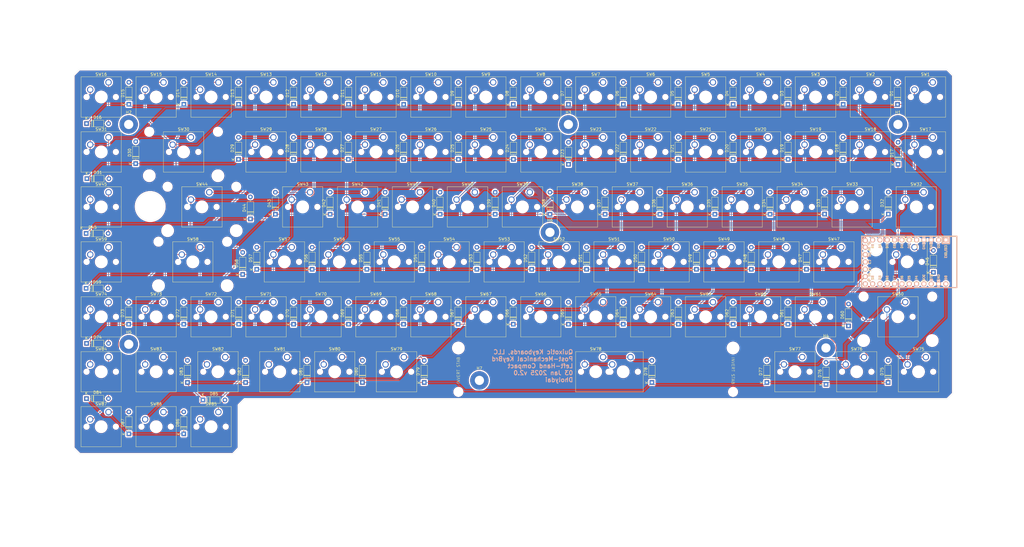
<source format=kicad_pcb>
(kicad_pcb (version 20240108) (generator "pcbnew") (generator_version "8.0")
  (title_block (title "Post-Mechanical Left Compact") (date "2025-01-04") (rev "2.0") (company "Quixotic Keyboards, LLC") (comment 2 "Final for the new tight case and future minimalist case"))
  (layers (0 "F.Cu" signal) (31 "B.Cu" signal) (34 "B.Paste" user) (35 "F.Paste" user) (36 "B.SilkS" user "B.Silkscreen") (37 "F.SilkS" user "F.Silkscreen") (38 "B.Mask" user) (39 "F.Mask" user) (44 "Edge.Cuts" user))
  (net 0 "")
  (net 1 "Net-(D1-A)")
  (net 2 "Row0")
  (net 3 "Net-(D2-A)")
  (net 4 "Net-(D3-A)")
  (net 5 "Net-(D4-A)")
  (net 6 "Net-(D5-A)")
  (net 7 "Net-(D6-A)")
  (net 8 "Net-(D7-A)")
  (net 9 "Net-(D8-A)")
  (net 10 "Net-(D9-A)")
  (net 11 "Net-(D10-A)")
  (net 12 "Net-(D11-A)")
  (net 13 "Net-(D12-A)")
  (net 14 "Net-(D13-A)")
  (net 15 "Net-(D14-A)")
  (net 16 "Net-(D15-A)")
  (net 17 "Net-(D16-A)")
  (net 18 "Net-(D17-A)")
  (net 19 "Row1")
  (net 20 "Net-(D18-A)")
  (net 21 "Net-(D19-A)")
  (net 22 "Net-(D20-A)")
  (net 23 "Net-(D21-A)")
  (net 24 "Net-(D22-A)")
  (net 25 "Net-(D23-A)")
  (net 26 "Row5")
  (net 27 "Net-(D24-A)")
  (net 28 "Net-(D25-A)")
  (net 29 "Net-(D26-A)")
  (net 30 "Net-(D27-A)")
  (net 31 "Net-(D28-A)")
  (net 32 "Net-(D29-A)")
  (net 33 "Net-(D30-A)")
  (net 34 "Net-(D31-A)")
  (net 35 "Net-(D32-A)")
  (net 36 "Net-(D33-A)")
  (net 37 "Row2")
  (net 38 "Net-(D34-A)")
  (net 39 "Net-(D35-A)")
  (net 40 "Net-(D36-A)")
  (net 41 "Net-(D37-A)")
  (net 42 "Net-(D38-A)")
  (net 43 "Net-(D39-A)")
  (net 44 "Net-(D40-A)")
  (net 45 "Net-(D41-A)")
  (net 46 "Net-(D42-A)")
  (net 47 "Net-(D43-A)")
  (net 48 "Net-(D51-A)")
  (net 49 "Row3")
  (net 50 "Net-(D52-A)")
  (net 51 "Net-(D53-A)")
  (net 52 "Net-(D54-A)")
  (net 53 "Net-(D55-A)")
  (net 54 "Net-(D56-A)")
  (net 55 "Net-(D57-A)")
  (net 56 "Net-(D62-A)")
  (net 57 "Net-(D63-A)")
  (net 58 "Net-(D64-A)")
  (net 59 "Net-(D65-A)")
  (net 60 "Net-(D66-A)")
  (net 61 "Net-(D67-A)")
  (net 62 "Row4")
  (net 63 "Net-(D68-A)")
  (net 64 "Net-(D69-A)")
  (net 65 "Net-(D70-A)")
  (net 66 "Net-(D71-A)")
  (net 67 "Net-(D72-A)")
  (net 68 "Net-(D73-A)")
  (net 69 "Net-(D74-A)")
  (net 70 "Net-(D80-A)")
  (net 71 "Net-(D81-A)")
  (net 72 "Net-(D82-A)")
  (net 73 "Net-(D83-A)")
  (net 74 "Net-(D84-A)")
  (net 75 "Net-(D85-A)")
  (net 76 "Net-(D86-A)")
  (net 77 "Net-(D87-A)")
  (net 78 "Col0")
  (net 79 "Col1")
  (net 80 "Col2")
  (net 81 "Col3")
  (net 82 "Col4")
  (net 83 "Col5")
  (net 84 "Col6")
  (net 85 "Col7")
  (net 86 "Col8")
  (net 87 "Col9")
  (net 88 "Col10")
  (net 89 "Col11")
  (net 90 "Col12")
  (net 91 "Col13")
  (net 92 "Col14")
  (net 93 "Col15")
  (net 94 "Net-(D48-A)")
  (net 95 "Net-(D49-A)")
  (net 96 "Net-(D50-A)")
  (net 97 "Net-(D44-A)")
  (net 98 "Net-(D45-A)")
  (net 99 "Net-(D46-A)")
  (net 100 "Net-(D47-A)")
  (net 101 "Net-(D58-A)")
  (net 102 "Net-(D59-A)")
  (net 103 "Net-(D60-A)")
  (net 104 "Net-(D61-A)")
  (net 105 "Net-(D75-A)")
  (net 106 "Net-(D76-A)")
  (net 107 "Net-(D77-A)")
  (net 108 "Net-(D78-A)")
  (net 109 "Net-(D79-A)")
  (net 110 "GND")
  (net 111 "+5V")
  (footprint "Diode_THT:D_DO-35_SOD27_P7.62mm_Horizontal" (layer "F.Cu") (at 191.405 116.175 90)
    (property "Reference" "D40")
    (property "Value" "1N4148")
  )
  (footprint "Button_Switch_Keyboard:SW_Cherry_MX_1.00u_PCB" (layer "F.Cu") (at 171.715 89.5075)
    (property "Reference" "SW27")
    (property "Value" "SW_Push")
  )
  (footprint "Diode_THT:D_DO-35_SOD27_P7.62mm_Horizontal" (layer "F.Cu") (at 210.5058 116.175 90)
    (property "Reference" "D39")
    (property "Value" "1N4148")
  )
  (footprint "Button_Switch_Keyboard:SW_Cherry_MX_1.00u_PCB" (layer "F.Cu") (at 279.665 108.5575)
    (property "Reference" "SW36")
    (property "Value" "SW_Push")
  )
  (footprint "Button_Switch_Keyboard:SW_Cherry_MX_2.00u_PCB" (layer "F.Cu") (at 352.685 146.6575)
    (property "Reference" "SW60")
    (property "Value" "SW_Push")
  )
  (footprint "Button_Switch_Keyboard:SW_Cherry_MX_1.00u_PCB" (layer "F.Cu") (at 76.465 70.4575)
    (property "Reference" "SW16")
    (property "Value" "SW_Push")
  )
  (footprint "Diode_THT:D_DO-35_SOD27_P7.62mm_Horizontal" (layer "F.Cu") (at 293.005 154.3 90)
    (property "Reference" "D62")
    (property "Value" "1N4148")
  )
  (footprint "Diode_THT:D_DO-35_SOD27_P7.62mm_Horizontal" (layer "F.Cu") (at 267.6304 116.175 90)
    (property "Reference" "D36")
    (property "Value" "1N4148")
  )
  (footprint "Button_Switch_Keyboard:SW_Cherry_MX_1.25u_PCB" (layer "F.Cu") (at 116.9425 165.7075)
    (property "Reference" "SW82")
    (property "Value" "SW_Push")
  )
  (footprint "Diode_THT:D_DO-35_SOD27_P7.62mm_Horizontal" (layer "F.Cu") (at 166.0304 135.258 90)
    (property "Reference" "D55")
    (property "Value" "1N4148")
  )
  (footprint "Diode_THT:D_DO-35_SOD27_P7.62mm_Horizontal" (layer "F.Cu") (at 261.255 135.258 90)
    (property "Reference" "D50")
    (property "Value" "1N4148")
  )
  (footprint "Diode_THT:D_DO-35_SOD27_P7.62mm_Horizontal" (layer "F.Cu") (at 159.6804 78.05 90)
    (property "Reference" "D11")
    (property "Value" "1N4148")
  )
  (footprint "Button_Switch_Keyboard:SW_Cherry_MX_1.00u_PCB" (layer "F.Cu") (at 286.015 70.4575)
    (property "Reference" "SW5")
    (property "Value" "SW_Push")
  )
  (footprint "Diode_THT:D_DO-35_SOD27_P7.62mm_Horizontal" (layer "F.Cu") (at 324.725 116.1175 90)
    (property "Reference" "D33")
    (property "Value" "1N4148")
  )
  (footprint "Button_Switch_Keyboard:SW_Cherry_MX_1.00u_PCB" (layer "F.Cu") (at 133.615 70.4575)
    (property "Reference" "SW13")
    (property "Value" "SW_Push")
  )
  (footprint "MountingHole:MountingHole_3.2mm_M3_Pad" (layer "F.Cu") (at 229.505 122.4563)
    (property "Reference" "H6")
    (property "Value" "Hole")
  )
  (footprint "Button_Switch_Keyboard:SW_Cherry_MX_1.00u_PCB" (layer "F.Cu") (at 146.315 108.5575)
    (property "Reference" "SW43")
    (property "Value" "SW_Push")
  )
  (footprint "Button_Switch_Keyboard:SW_Cherry_MX_1.00u_PCB" (layer "F.Cu") (at 311.425 127.6075)
    (property "Reference" "SW48")
    (property "Value" "SW_Push")
  )
  (footprint "Diode_THT:D_DO-35_SOD27_P7.62mm_Horizontal" (layer "F.Cu") (at 68.815 180.0975)
    (property "Reference" "D84")
    (property "Value" "1N4148")
  )
  (footprint "Button_Switch_Keyboard:SW_Cherry_MX_1.00u_PCB" (layer "F.Cu") (at 95.51125 165.7075)
    (property "Reference" "SW83")
    (property "Value" "SW_Push")
  )
  (footprint "Button_Switch_Keyboard:SW_Cherry_MX_1.00u_PCB" (layer "F.Cu") (at 241.565 108.5575)
    (property "Reference" "SW38")
    (property "Value" "SW_Push")
  )
  (footprint "Diode_THT:D_DO-35_SOD27_P7.62mm_Horizontal" (layer "F.Cu") (at 312.0042 154.3 90)
    (property "Reference" "D61")
    (property "Value" "1N4148")
  )
  (footprint "Diode_THT:D_DO-35_SOD27_P7.62mm_Horizontal" (layer "F.Cu") (at 109.209001 180.575309)
    (property "Reference" "D85")
    (property "Value" "1N4148")
  )
  (footprint "Button_Switch_Keyboard:SW_Cherry_MX_1.00u_PCB" (layer "F.Cu") (at 216.175 127.6075)
    (property "Reference" "SW53")
    (property "Value" "SW_Push")
  )
  (footprint "Diode_THT:D_DO-35_SOD27_P7.62mm_Horizontal" (layer "F.Cu") (at 140.5796 97.1325 90)
    (property "Reference" "D28")
    (property "Value" "1N4148")
  )
  (footprint "Button_Switch_Keyboard:SW_Cherry_MX_1.00u_PCB" (layer "F.Cu") (at 114.555 184.7575)
    (property "Reference" "SW85")
    (property "Value" "SW_Push")
  )
  (footprint "Button_Switch_Keyboard:SW_Cherry_MX_1.00u_PCB" (layer "F.Cu") (at 165.365 108.5575)
    (property "Reference" "SW42")
    (property "Value" "SW_Push")
  )
  (footprint "Button_Switch_Keyboard:SW_Cherry_MX_1.00u_PCB" (layer "F.Cu") (at 305.065 89.5075)
    (property "Reference" "SW20")
    (property "Value" "SW_Push")
  )
  (footprint "Button_Switch_Keyboard:SW_Cherry_MX_1.00u_PCB" (layer "F.Cu") (at 273.325 127.6075)
    (property "Reference" "SW50")
    (property "Value" "SW_Push")
  )
  (footprint "Button_Switch_Keyboard:SW_Cherry_MX_1.00u_PCB" (layer "F.Cu") (at 95.515 146.6575)
    (property "Reference" "SW73")
    (property "Value" "SW_Push")
  )
  (footprint "Button_Switch_Keyboard:SW_Cherry_MX_1.00u_PCB" (layer "F.Cu") (at 266.965 70.4575)
    (property "Reference" "SW6")
    (property "Value" "SW_Push")
  )
  (footprint "Diode_THT:D_DO-35_SOD27_P7.62mm_Horizontal" (layer "F.Cu") (at 346.805 116.1175 90)
    (property "Reference" "D32")
    (property "Value" "1N4148")
  )
  (footprint "Diode_THT:D_DO-35_SOD27_P7.62mm_Horizontal" (layer "F.Cu") (at 178.7558 154.3 90)
    (property "Reference" "D68")
    (property "Value" "1N4148")
  )
  (footprint "Button_Switch_Keyboard:SW_Cherry_MX_1.00u_PCB" (layer "F.Cu") (at 317.76625 108.555)
    (property "Reference" "SW34")
    (property "Value" "SW_Push")
  )
  (footprint "Button_Switch_Keyboard:SW_Cherry_MX_1.00u_PCB" (layer "F.Cu") (at 247.915 146.6575)
    (property "Reference" "SW65")
    (property "Value" "SW_Push")
  )
  (footprint "Diode_THT:D_DO-35_SOD27_P7.62mm_Horizontal" (layer "F.Cu") (at 127.8542 135.258 90)
    (property "Reference" "D57")
    (property "Value" "1N4148")
  )
  (footprint "Button_Switch_Keyboard:SW_Cherry_MX_1.00u_PCB" (layer "F.Cu") (at 138.37375 165.7075)
    (property "Reference" "SW81")
    (property "Value" "SW_Push")
  )
  (footprint "Diode_THT:D_DO-35_SOD27_P7.62mm_Horizontal" (layer "F.Cu") (at 153.2796 116.175 90)
    (property "Reference" "D42")
    (property "Value" "1N4148")
  )
  (footprint "Diode_THT:D_DO-35_SOD27_P7.62mm_Horizontal" (layer "F.Cu") (at 293.005 97.1325 90)
    (property "Reference" "D20")
    (property "Value" "1N4148")
  )
  (footprint "Diode_THT:D_DO-35_SOD27_P7.62mm_Horizontal" (layer "F.Cu") (at 333.005 154.8975 90)
    (property "Reference" "D60")
    (property "Value" "1N4148")
  )
  (footprint "Diode_THT:D_DO-35_SOD27_P7.62mm_Horizontal" (layer "F.Cu") (at 68.705 122.8275)
    (property "Reference" "D45")
    (property "Value" "1N4148")
  )
  (footprint "Button_Switch_Keyboard:SW_Cherry_MX_1.00u_PCB" (layer "F.Cu") (at 247.915 89.5075)
    (property "Reference" "SW23")
    (property "Value" "SW_Push")
  )
  (footprint "Diode_THT:D_DO-35_SOD27_P7.62mm_Horizontal" (layer "F.Cu") (at 216.8304 97.1325 90)
    (property "Reference" "D24")
    (property "Value" "1N4148")
  )
  (footprint "Diode_THT:D_DO-35_SOD27_P7.62mm_Horizontal" (layer "F.Cu") (at 346.739954 174.5 90)
    (property "Reference" "D75")
    (property "Value" "1N4148")
  )
  (footprint "Diode_THT:D_DO-35_SOD27_P7.62mm_Horizontal" (layer "F.Cu") (at 350.1804 98.86 90)
    (property "Reference" "D17")
    (property "Value" "1N4148")
  )
  (footprint "Button_Switch_Keyboard:SW_Cherry_MX_1.00u_PCB" (layer "F.Cu") (at 190.765 70.4575)
    (property "Reference" "SW10")
    (property "Value" "SW_Push")
  )
  (footprint "Button_Switch_Keyboard:SW_Cherry_MX_1.00u_PCB" (layer "F.Cu") (at 152.665 70.4575)
    (property "Reference" "SW12")
    (property "Value" "SW_Push")
  )
  (footprint "Diode_THT:D_DO-35_SOD27_P7.62mm_Horizontal" (layer "F.Cu") (at 248.6058 116.175 90)
    (property "Reference" "D37")
    (property "Value" "1N4148")
  )
  (footprint "Diode_THT:D_DO-35_SOD27_P7.62mm_Horizontal" (layer "F.Cu") (at 134.3058 116.175 90)
    (property "Reference" "D43")
    (property "Value" "1N4148")
  )
  (footprint "Button_Switch_Keyboard:SW_Cherry_MX_1.00u_PCB" (layer "F.Cu") (at 171.715 146.6575)
    (property "Reference" "SW69")
    (property "Value" "SW_Push")
  )
  (footprint "Button_Switch_Keyboard:SW_Cherry_MX_1.00u_PCB" (layer "F.Cu") (at 76.475 146.6675)
    (property "Reference" "SW74")
    (property "Value" "SW_Push")
  )
  (footprint "Button_Switch_Keyboard:SW_Cherry_MX_1.00u_PCB" (layer "F.Cu") (at 266.965 146.6575)
    (property "Reference" "SW64")
    (property "Value" "SW_Push")
  )
  (footprint "Diode_THT:D_DO-35_SOD27_P7.62mm_Horizontal" (layer "F.Cu") (at 125.655 117.7975 90)
    (property "Reference" "D44")
    (property "Value" "1N4148")
  )
  (footprint "Button_Switch_Keyboard:SW_Cherry_MX_1.00u_PCB" (layer "F.Cu") (at 76.475 127.6175)
    (property "Reference" "SW59")
    (property "Value" "SW_Push")
  )
  (footprint "Diode_THT:D_DO-35_SOD27_P7.62mm_Horizontal" (layer "F.Cu") (at 197.7804 97.1325 90)
    (property "Reference" "D25")
    (property "Value" "1N4148")
  )
  (footprint "Diode_THT:D_DO-35_SOD27_P7.62mm_Horizontal" (layer "F.Cu") (at 140.6304 78.05 90)
    (property "Reference" "D12")
    (property "Value" "1N4148")
  )
  (footprint "Diode_THT:D_DO-35_SOD27_P7.62mm_Horizontal" (layer "F.Cu") (at 140.6304 154.3 90)
    (property "Reference" "D70")
    (property "Value" "1N4148")
  )
  (footprint "Button_Switch_Keyboard:SW_Cherry_MX_1.00u_PCB" (layer "F.Cu") (at 343.165 70.4575)
    (property "Reference" "SW2")
    (property "Value" "SW_Push")
  )
  (footprint "Diode_THT:D_DO-35_SOD27_P7.62mm_Horizontal" (layer "F.Cu") (at 103.835 174.5 90)
    (property "Reference" "D83")
    (property "Value" "1N4148")
  )
  (footprint "Button_Switch_Keyboard:SW_Cherry_MX_1.00u_PCB" (layer "F.Cu") (at 190.765 146.6575)
    (property "Reference" "SW68")
    (property "Value" "SW_Push")
  )
  (footprint "MountingHole:MountingHole_3.2mm_M3_Pad" (layer "F.Cu") (at 205.045 173.7875)
    (property "Reference" "H7")
    (property "Value" "Hole")
  )
  (footprint "Button_Switch_Keyboard:SW_Cherry_MX_1.00u_PCB" (layer "F.Cu") (at 178.075 127.6075)
    (property "Reference" "SW55")
    (property "Value" "SW_Push")
  )
  (footprint "Diode_THT:D_DO-35_SOD27_P7.62mm_Horizontal" (layer "F.Cu") (at 331.1558 78.1 90)
    (property "Reference" "D2")
    (property "Value" "1N4148")
  )
  (footprint "Diode_THT:D_DO-35_SOD27_P7.62mm_Horizontal" (layer "F.Cu") (at 299.3042 135.258 90)
    (property "Reference" "D48")
    (property "Value" "1N4148")
  )
  (footprint "Diode_THT:D_DO-35_SOD27_P7.62mm_Horizontal" (layer "F.Cu") (at 159.6804 154.3 90)
    (property "Reference" "D69")
    (property "Value" "1N4148")
  )
  (footprint "Diode_THT:D_DO-35_SOD27_P7.62mm_Horizontal" (layer "F.Cu") (at 123.995 174.5 90)
    (property "Reference" "D82")
    (property "Value" "1N4148" (hide yes))
  )
  (footprint "Button_Switch_Keyboard:SW_Cherry_MX_1.25u_PCB" (layer "F.Cu") (at 359.83 165.7075)
    (property "Reference" "SW75")
    (property "Value" "SW_Push")
  )
  (footprint "Button_Switch_Keyboard:SW_Cherry_MX_1.00u_PCB" (layer "F.Cu") (at 292.375 127.6075)
    (property "Reference" "SW49")
    (property "Value" "SW_Push")
  )
  (footprint "Button_Switch_Keyboard:SW_Cherry_MX_1.00u_PCB" (layer "F.Cu") (at 203.465 108.5575)
    (property "Reference" "SW40")
    (property "Value" "SW_Push")
  )
  (footprint "Diode_THT:D_DO-35_SOD27_P7.62mm_Horizontal" (layer "F.Cu") (at 102.548755 192.32 90)
    (property "Reference" "D86")
    (property "Value" "1N4148")
  )
  (footprint "Diode_THT:D_DO-35_SOD27_P7.62mm_Horizontal" (layer "F.Cu") (at 83.5058 78.05 90)
    (property "Reference" "D15")
    (property "Value" "1N4148")
  )
  (footprint "Button_Switch_Keyboard:SW_Cherry_MX_1.00u_PCB" (layer "F.Cu") (at 76.46125 165.7075)
    (property "Reference" "SW84")
    (property "Value" "SW_Push")
  )
  (footprint "Diode_THT:D_DO-35_SOD27_P7.62mm_Horizontal" (layer "F.Cu") (at 68.965 103.8475)
    (property "Reference" "D31")
    (property "Value" "1N4148")
  )
  (footprint "Diode_THT:D_DO-35_SOD27_P7.62mm_Horizontal" (layer "F.Cu") (at 147.0566 135.258 90)
    (property "Reference" "D56")
    (property "Value" "1N4148")
  )
  (footprint "Diode_THT:D_DO-35_SOD27_P7.62mm_Horizontal" (layer "F.Cu") (at 235.9312 98.86 90)
    (property "Reference" "D23")
    (property "Value" "1N4148")
  )
  (footprint "Button_Switch_Keyboard:SW_Cherry_MX_1.00u_PCB" (layer "F.Cu") (at 286.015 146.6575)
    (property "Reference" "SW63")
    (property "Value" "SW_Push")
  )
  (footprint "Diode_THT:D_DO-35_SOD27_P7.62mm_Horizontal" (layer "F.Cu") (at 178.7304 97.1325 90)
    (property "Reference" "D26")
    (property "Value" "1N4148")
  )
  (footprint "Button_Switch_Keyboard:SW_Cherry_MX_1.00u_PCB" (layer "F.Cu") (at 133.615 89.5075)
    (property "Reference" "SW29")
    (property "Value" "SW_Push")
  )
  (footprint "Diode_THT:D_DO-35_SOD27_P7.62mm_Horizontal" (layer "F.Cu") (at 362.435 136.3375 90)
    (property "Reference" "D46")
    (property "Value" "1N4148")
  )
  (footprint "Diode_THT:D_DO-35_SOD27_P7.62mm_Horizontal" (layer "F.Cu") (at 204.1558 135.258 90)
    (property "Reference" "D53")
    (property "Value" "1N4148")
  )
  (footprint "Diode_THT:D_DO-35_SOD27_P7.62mm_Horizontal" (layer "F.Cu") (at 242.205 135.258 90)
    (property "Reference" "D51")
    (property "Value" "1N4148")
  )
  (footprint "Diode_THT:D_DO-35_SOD27_P7.62mm_Horizontal" (layer "F.Cu") (at 68.695 141.8575)
    (property "Reference" "D59")
    (property "Value" "1N4148")
  )
  (footprint "Diode_THT:D_DO-35_SOD27_P7.62mm_Horizontal" (layer "F.Cu") (at 273.9804 78.1 90)
    (property "Reference" "D5")
    (property "Value" "1N4148")
  )
  (footprint "Diode_THT:D_DO-35_SOD27_P7.62mm_Horizontal" (layer "F.Cu") (at 350.028 78.1 90)
    (property "Reference" "D1")
    (property "Value" "1N4148")
  )
  (footprint "Diode_THT:D_DO-35_SOD27_P7.62mm_Horizontal" (layer "F.Cu") (at 121.5296 97.1325 90)
    (property "Reference" "D29")
    (property "Value" "1N4148")
  )
  (footprint "Diode_THT:D_DO-35_SOD27_P7.62mm_Horizontal" (layer "F.Cu") (at 121.6058 154.3 90)
    (property "Reference" "D71")
    (property "Value" "1N4148")
  )
  (footprint "Button_Switch_Keyboard:SW_Cherry_MX_1.00u_PCB" (layer "F.Cu") (at 114.565 146.6575)
    (property "Reference" "SW72")
    (property "Value" "SW_Push")
  )
  (footprint "Diode_THT:D_DO-35_SOD27_P7.62mm_Horizontal" (layer "F.Cu") (at 83.514445 192.32 90)
    (property "Reference" "D87")
    (property "Value" "1N4148")
  )
  (footprint "Dholydai_MX:SW_Cherry_MX_1.3333u_PCB" (layer "F.Cu") (at 359.035 108.5575)
    (property "Reference" "SW32")
    (property "Value" "SW_Push")
  )
  (footprint "Button_Switch_Keyboard:SW_Cherry_MX_1.00u_PCB" (layer "F.Cu") (at 305.065 146.6575)
    (property "Reference" "SW62")
    (property "Value" "SW_Push")
  )
  (footprint "Button_Switch_Keyboard:SW_Cherry_MX_1.25u_PCB" (layer "F.Cu") (at 316.9675 165.7075)
    (property "Reference" "SW77")
    (property "Value" "SW_Push")
  )
  (footprint "Button_Switch_Keyboard:SW_Cherry_MX_1.00u_PCB" (layer "F.Cu") (at 139.975 127.6075)
    (property "Reference" "SW57")
    (property "Value" "SW_Push")
  )
  (footprint "Dholydai_MX:SW_Ch_Inv_MX_6.00u_PCB_Stagger" (layer "F.Cu") (at 247.91125 165.7075)
    (property "Reference" "SW78")
    (property "Value" "SW_Push")
  )
  (footprint "Button_Switch_Keyboard:SW_Cherry_MX_1.00u_PCB" (layer "F.Cu") (at 254.275 127.6075)
    (property "Reference" "SW51")
    (property "Value" "SW_Push")
  )
  (footprint "Diode_THT:D_DO-35_SOD27_P7.62mm_Horizontal" (layer "F.Cu") (at 216.7796 154.3 90)
    (property "Reference" "D66")
    (property "Value" "1N4148")
  )
  (footprint "Keebio-Parts:Elite-C" (layer "F.Cu") (at 352.795 132.7075 180)
    (property "Reference" "U1" (hide yes))
    (property "Value" "Elite-C" (hide yes))
  )
  (footprint "Button_Switch_Keyboard:SW_Cherry_MX_1.00u_PCB" (layer "F.Cu") (at 209.815 146.6575)
    (property "Reference" "SW67")
    (property "Value" "SW_Push")
  )
  (footprint "Diode_THT:D_DO-35_SOD27_P7.62mm_Horizontal" (layer "F.Cu") (at 280.2796 135.258 90)
    (property "Reference" "D49")
    (property "Value" "1N4148")
  )
  (footprint "Diode_THT:D_DO-35_SOD27_P7.62mm_Horizontal" (layer "F.Cu") (at 185.9186 174.5 90)
    (property "Reference" "D79")
    (property "Value" "1N4148")
  )
  (footprint "Diode_THT:D_DO-35_SOD27_P7.62mm_Horizontal" (layer "F.Cu") (at 102.5558 154.3 90)
    (property "Reference" "D72")
    (property "Value" "1N4148")
  )
  (footprint "Diode_THT:D_DO-35_SOD27_P7.62mm_Horizontal" (layer "F.Cu") (at 172.355 116.175 90)
    (property "Reference" "D41")
    (property "Value" "1N4148")
  )
  (footprint "Button_Switch_Keyboard:SW_Cherry_MX_1.00u_PCB" (layer "F.Cu") (at 324.115 89.5075)
    (property "Reference" "SW19")
    (property "Value" "SW_Push")
  )
  (footprint "Button_Switch_Keyboard:SW_Cherry_MX_1.00u_PCB" (layer "F.Cu") (at 95.505 184.7575)
    (property "Reference" "SW86")
    (property "Value" "SW_Push")
  )
  (footprint "Diode_THT:D_DO-35_SOD27_P7.62mm_Horizontal" (layer "F.Cu") (at 325.2122 175.1613 90)
    (property "Reference" "D76")
    (property "Value" "1N4148")
  )
  (footprint "Diode_THT:D_DO-35_SOD27_P7.62mm_Horizontal" (layer "F.Cu") (at 254.905 154.3 90)
    (property "Reference" "D64")
    (property "Value" "1N4148")
  )
  (footprint "Button_Switch_Keyboard:SW_Cherry_MX_2.00u_PCB" (layer "F.Cu") (at 105.035 89.5075)
    (property "Reference" "SW30")
    (property "Value" "SW_Push")
  )
  (footprint "Diode_THT:D_DO-35_SOD27_P7.62mm_Horizontal" (layer "F.Cu") (at 145.284263 174.5 90)
    (property "Reference" "D81")
    (property "Value" "1N4148")
  )
  (footprint "MountingHole:MountingHole_3.2mm_M3_Pad" (layer "F.Cu") (at 83.4804 161.2675)
    (property "Reference" "H5")
    (property "Value" "Hole")
  )
  (footprint "MountingHole:MountingHole_3.2mm_M3_Pad" (layer "F.Cu") (at 325.1868 162.5375)
    (property "Reference" "H4")
    (property "Value" "Hole")
  )
  (footprint "Button_Switch_Keyboard:SW_Cherry_MX_1.00u_PCB" (layer "F.Cu") (at 184.415 108.5575)
    (property "Reference" "SW41")
    (property "Value" "SW_Push")
  )
  (footprint "Diode_THT:D_DO-35_SOD27_P7.62mm_Horizontal" (layer "F.Cu") (at 122.985 137.0475 90)
    (property "Reference" "D58")
    (property "Value" "1N4148")
  )
  (footprint "Diode_THT:D_DO-35_SOD27_P7.62mm_Horizontal" (layer "F.Cu") (at 312.0804 97.1325 90)
    (property "Reference" "D19")
    (property "Value" "1N4148")
  )
  (footprint "Diode_THT:D_DO-35_SOD27_P7.62mm_Horizontal" (layer "F.Cu") (at 178.8066 78.1 90)
    (property "Reference" "D10")
    (property "Value" "1N4148")
  )
  (footprint "Dholydai_MX:SW_Cherry_MX_2.6666u_PCB" (layer "F.Cu") (at 111.39 108.5575)
    (property "Reference" "SW44")
    (property "Value" "SW_Push")
  )
  (footprint "Button_Switch_Keyboard:SW_Cherry_MX_1.00u_PCB" (layer "F.Cu") (at 343.165 89.5075)
    (property "Reference" "SW18")
    (property "Value" "SW_Push")
  )
  (footprint "Button_Switch_Keyboard:SW_Cherry_MX_1.00u_PCB" (layer "F.Cu") (at 247.915 70.4575)
    (property "Reference" "SW7")
    (property "Value" "SW_Push")
  )
  (footprint "Button_Switch_Keyboard:SW_Cherry_MX_1.00u_PCB" (layer "F.Cu") (at 305.065 70.4575)
    (property "Reference" "SW4")
    (property "Value" "SW_Push")
  )
  (footprint "Diode_THT:D_DO-35_SOD27_P7.62mm_Horizontal" (layer "F.Cu") (at 254.9304 97.1325 90)
    (property "Reference" "D22")
    (property "Value" "1N4148")
  )
  (footprint "Button_Switch_Keyboard:SW_Cherry_MX_1.00u_PCB" (layer "F.Cu") (at 76.465 108.5575)
    (property "Reference" "SW45")
    (property "Value" "SW_Push")
  )
  (footprint "Button_Switch_Keyboard:SW_Cherry_MX_1.00u_PCB" (layer "F.Cu") (at 76.455 184.7575)
    (property "Reference" "SW87")
    (property "Value" "SW_Push")
  )
  (footprint "Button_Switch_Keyboard:SW_Cherry_MX_1.00u_PCB" (layer "F.Cu") (at 362.215 70.4575)
    (property "Reference" "SW1")
    (property "Value" "SW_Push")
  )
  (footprint "Diode_THT:D_DO-35_SOD27_P7.62mm_Horizontal" (layer "F.Cu") (at 286.6804 116.175 90)
    (property "Reference" "D35")
    (property "Value" "1N4148")
  )
  (footprint "Diode_THT:D_DO-35_SOD27_P7.62mm_Horizontal" (layer "F.Cu") (at 121.555 78.05 90)
    (property "Reference" "D13")
    (property "Value" "1N4148")
  )
  (footprint "Button_Switch_Keyboard:SW_Cherry_MX_1.00u_PCB" (layer "F.Cu") (at 197.125 127.6075)
    (property "Reference" "SW54")
    (property "Value" "SW_Push")
  )
  (footprint "Diode_THT:D_DO-35_SOD27_P7.62mm_Horizontal" (layer "F.Cu") (at 274.0058 97.1325 90)
    (property "Reference" "D21")
    (property "Value" "1N4148")
  )
  (footprint "Diode_THT:D_DO-35_SOD27_P7.62mm_Horizontal" (layer "F.Cu") (at 216.7796 78.1 90)
    (property "Reference" "D8")
    (property "Value" "1N4148")
  )
  (footprint "Diode_THT:D_DO-35_SOD27_P7.62mm_Horizontal" (layer "F.Cu") (at 304.695279 174.5 90)
    (property "Reference" "D77")
    (property "Value" "1N4148")
  )
  (footprint "Button_Switch_Keyboard:SW_Cherry_MX_1.00u_PCB" (layer "F.Cu") (at 209.815 89.5075)
    (property "Reference" "SW25")
    (property "Value" "SW_Push")
  )
  (footprint "Button_Switch_Keyboard:SW_Cherry_MX_1.00u_PCB" (layer "F.Cu") (at 76.465 89.5075)
    (property "Reference" "SW31")
    (property "Value" "SW_Push")
  )
  (footprint "Button_Switch_Keyboard:SW_Cherry_MX_1.00u_PCB" (layer "F.Cu") (at 228.865 70.4575)
    (property "Reference" "SW8")
    (property "Value" "SW_Push")
  )
  (footprint "Button_Switch_Keyboard:SW_Cherry_MX_1.00u_PCB" (layer "F.Cu") (at 159.025 127.6075)
    (property "Reference" "SW56")
    (property "Value" "SW_Push")
  )
  (footprint "Diode_THT:D_DO-35_SOD27_P7.62mm_Horizontal" (layer "F.Cu") (at 264.845 174.5 90)
    (property "Reference" "D78")
    (property "Value" "1N4148")
  )
  (footprint "Button_Switch_Keyboard:SW_Cherry_MX_1.00u_PCB" (layer "F.Cu") (at 222.515 108.5575)
    (property "Reference" "SW39")
    (property "Value" "SW_Push")
  )
  (footprint "MountingHole:MountingHole_3.2mm_M3_Pad" (layer "F.Cu") (at 350.155 85.05)
    (property "Reference" "H1")
    (property "Value" "Hole")
  )
  (footprint "Diode_THT:D_DO-35_SOD27_P7.62mm_Horizontal" (layer "F.Cu") (at 318.4304 135.258 90)
    (property "Reference" "D47")
    (property "Value" "1N4148")
  )
  (footprint "Diode_THT:D_DO-35_SOD27_P7.62mm_Horizontal" (layer "F.Cu") (at 197.755 78.1 90)
    (property "Reference" "D9")
    (property "Value" "1N4148")
  )
  (footprint "Diode_THT:D_DO-35_SOD27_P7.62mm_Horizontal" (layer "F.Cu") (at 83.455 154.3 90)
    (property "Reference" "D73")
    (property "Value" "1N4148")
  )
  (footprint "Button_Switch_Keyboard:SW_Cherry_MX_1.00u_PCB" (layer "F.Cu") (at 324.115 70.4575)
    (property "Reference" "SW3")
    (property "Value" "SW_Push")
  )
  (footprint "Diode_THT:D_DO-35_SOD27_P7.62mm_Horizontal" (layer "F.Cu") (at 223.1804 135.258 90)
    (property "Reference" "D52")
    (property "Value" "1N4148")
  )
  (footprint "Diode_THT:D_DO-35_SOD27_P7.62mm_Horizontal" (layer "F.Cu") (at 293.005 78.1 90)
    (property "Reference" "D4")
    (property "Value" "1N4148")
  )
  (footprint "Button_Switch_Keyboard:SW_Cherry_MX_1.00u_PCB" (layer "F.Cu") (at 133.615 146.6575)
    (property "Reference" "SW71")
    (property "Value" "SW_Push")
  )
  (footprint "Button_Switch_Keyboard:SW_Cherry_MX_1.00u_PCB" (layer "F.Cu") (at 228.865 89.5075)
    (property "Reference" "SW24")
    (property "Value" "SW_Push")
  )
  (footprint "Button_Switch_Keyboard:SW_Cherry_MX_1.00u_PCB" (layer "F.Cu") (at 171.715 70.4575)
    (property "Reference" "SW11")
    (property "Value" "SW_Push")
  )
  (footprint "Diode_THT:D_DO-35_SOD27_P7.62mm_Horizontal" (layer "F.Cu") (at 312.0296 78.1 90)
    (property "Reference" "D3")
    (property "Value" "1N4148")
  )
  (footprint "Diode_THT:D_DO-35_SOD27_P7.62mm_Horizontal" (layer "F.Cu") (at 164.487767 174.5 90)
    (property "Reference" "D80")
    (property "Value" "1N4148")
  )
  (footprint "Dholydai_MX:SW_Cherry_MX_1.6666u_PCB" (layer "F.Cu") (at 355.875 127.6075)
    (property "Reference" "SW46")
    (property "Value" "SW_Push")
  )
  (footprint "Diode_THT:D_DO-35_SOD27_P7.62mm_Horizontal" (layer "F.Cu") (at 229.505 116.175 90)
    (property "Reference" "D38")
    (property "Value" "1N4148")
  )
  (footprint "Button_Switch_Keyboard:SW_Cherry_MX_1.00u_PCB" (layer "F.Cu") (at 286.015 89.5075)
    (property "Reference" "SW21")
    (property "Value" "SW_Push")
  )
  (footprint "Diode_THT:D_DO-35_SOD27_P7.62mm_Horizontal" (layer "F.Cu") (at 235.9058 154.3 90)
    (property "Reference" "D65")
    (property "Value" "1N4148")
  )
  (footprint "Diode_THT:D_DO-35_SOD27_P7.62mm_Horizontal" (layer "F.Cu") (at 68.855 160.955)
    (property "Reference" "D74")
    (property "Value" "1N4148")
  )
  (footprint "Dholydai_MX:SW_Cherry_MX_2.3333u_PCB" (layer "F.Cu") (at 108.225 127.6175)
    (property "Reference" "SW58")
    (property "Value" "SW_Push")
  )
  (footprint "Button_Switch_Keyboard:SW_Cherry_MX_1.00u_PCB" (layer "F.Cu") (at 235.225 127.6075)
    (property "Reference" "SW52")
    (property "Value" "SW_Push")
  )
  (footprint "Diode_THT:D_DO-35_SOD27_P7.62mm_Horizontal" (layer "F.Cu") (at 305.8066 116.175 90)
    (property "Reference" "D34")
    (property "Value" "1N4148")
  )
  (footprint "Button_Switch_Keyboard:SW_Cherry_MX_1.00u_PCB" (layer "F.Cu") (at 324.115 146.6575)
    (property "Reference" "SW61")
    (property "Value" "SW_Push")
  )
  (footprint "Button_Switch_Keyboard:SW_Cherry_MX_1.25u_PCB" (layer "F.Cu") (at 178.855 165.7075)
    (property "Reference" "SW79")
    (property "Value" "SW_Push")
  )
  (footprint "Button_Switch_Keyboard:SW_Cherry_MX_1.00u_PCB" (layer "F.Cu") (at 209.815 70.4575)
    (property "Reference" "SW9")
    (property "Value" "SW_Push")
  )
  (footprint "Diode_THT:D_DO-35_SOD27_P7.62mm_Horizontal" (layer "F.Cu") (at 102.5812 78.05 90)
    (property "Reference" "D14")
    (property "Value" "1N4148")
  )
  (footprint "Button_Switch_Keyboard:SW_Cherry_MX_1.00u_PCB" (layer "F.Cu") (at 336.81625 108.555)
    (property "Reference" "SW33")
    (property "Value" "SW_Push")
  )
  (footprint "Diode_THT:D_DO-35_SOD27_P7.62mm_Horizontal" (layer "F.Cu") (at 235.9058 78.1 90)
    (property "Reference" "D7")
    (property "Value" "1N4148")
  )
  (footprint "MountingHole:MountingHole_3.2mm_M3_Pad" (layer "F.Cu") (at 83.45 85.05)
    (property "Reference" "H2")
    (property "Value" "Hole")
  )
  (footprint "Button_Switch_Keyboard:SW_Cherry_MX_1.00u_PCB" (layer "F.Cu") (at 114.565 70.4575)
    (property "Reference" "SW14")
    (property "Value" "SW_Push")
  )
  (footprint "Diode_THT:D_DO-35_SOD27_P7.62mm_Horizontal" (layer "F.Cu") (at 85.8934 98.6275 90)
    (property "Reference" "D30")
    (property "Value" "1N4148")
  )
  (footprint "Button_Switch_Keyboard:SW_Cherry_MX_1.00u_PCB" (layer "F.Cu") (at 266.965 89.5075)
    (property "Reference" "SW22")
    (property "Value" "SW_Push")
  )
  (footprint "Button_Switch_Keyboard:SW_Cherry_MX_1.00u_PCB" (layer "F.Cu") (at 95.515 70.4575)
    (property "Reference" "SW15")
    (property "Value" "SW_Push")
  )
  (footprint "Diode_THT:D_DO-35_SOD27_P7.62mm_Horizontal" (layer "F.Cu") (at 159.6042 97.1325 90)
    (property "Reference" "D27")
    (property "Value" "1N4148")
  )
  (footprint "Button_Switch_Keyboard:SW_Cherry_MX_1.00u_PCB" (layer "F.Cu") (at 260.615 108.5575)
    (property "Reference" "SW37")
    (property "Value" "SW_Push")
  )
  (footprint "Diode_THT:D_DO-35_SOD27_P7.62mm_Horizontal" (layer "F.Cu") (at 185.0296 135.258 90)
    (property "Reference" "D54")
    (property "Value" "1N4148")
  )
  (footprint "Button_Switch_Keyboard:SW_Cherry_MX_1.00u_PCB" (layer "F.Cu") (at 157.42375 165.7075)
    (property "Reference" "SW80")
    (property "Value" "SW_Push")
  )
  (footprint "Button_Switch_Keyboard:SW_Cherry_MX_1.00u_PCB" (layer "F.Cu") (at 338.39875 165.7075)
    (property "Reference" "SW76")
    (property "Value" "SW_Push")
  )
  (footprint "Diode_THT:D_DO-35_SOD27_P7.62mm_Horizontal" (layer "F.Cu") (at 197.6788 154.3 90)
    (property "Reference" "D67")
    (property "Value" "1N4148")
  )
  (footprint "Diode_THT:D_DO-35_SOD27_P7.62mm_Horizontal" (layer "F.Cu") (at 274.0312 154.3 90)
    (property "Reference" "D63")
    (property "Value" "1N4148")
  )
  (footprint "Diode_THT:D_DO-35_SOD27_P7.62mm_Horizontal" (layer "F.Cu") (at 68.845 84.745)
    (property "Reference" "D16")
    (property "Value" "1N4148")
  )
  (footprint "MountingHole:MountingHole_3.2mm_M3_Pad" (layer "F.Cu") (at 235.9 85.05)
    (property "Reference" "H3")
    (property "Value" "Hole")
  )
  (footprint "Button_Switch_Keyboard:SW_Cherry_MX_1.00u_PCB" (layer "F.Cu") (at 152.665 146.6575)
    (property "Reference" "SW70")
    (property "Value" "SW_Push")
  )
  (footprint "Button_Switch_Keyboard:SW_Cherry_MX_1.00u_PCB" (layer "F.Cu") (at 228.865 146.6575)
    (property "Reference" "SW66")
    (property "Value" "SW_Push")
  )
  (footprint "Button_Switch_Keyboard:SW_Cherry_MX_1.00u_PCB" (layer "F.Cu") (at 330.475 127.6075)
    (property "Reference" "SW47")
    (property "Value" "SW_Push")
  )
  (footprint "Button_Switch_Keyboard:SW_Cherry_MX_1.00u_PCB" (layer "F.Cu") (at 190.765 89.5075)
    (property "Reference" "SW26")
    (property "Value" "SW_Push")
  )
  (footprint "Button_Switch_Keyboard:SW_Cherry_MX_1.00u_PCB" (layer "F.Cu") (at 362.21 89.5075)
    (property "Reference" "SW17")
    (property "Value" "SW_Push")
  )
  (footprint "Diode_THT:D_DO-35_SOD27_P7.62mm_Horizontal" (layer "F.Cu") (at 331.105 97.1325 90)
    (property "Reference" "D18")
    (property "Value" "1N4148")
  )
  (footprint "Button_Switch_Keyboard:SW_Cherry_MX_1.00u_PCB" (layer "F.Cu") (at 152.665 89.5075)
    (property "Reference" "SW28")
    (property "Value" "SW_Push")
  )
  (footprint "Button_Switch_Keyboard:SW_Cherry_MX_1.00u_PCB" (layer "F.Cu") (at 298.715 108.5575)
    (property "Reference" "SW35")
    (property "Value" "SW_Push")
  )
  (footprint "Diode_THT:D_DO-35_SOD27_P7.62mm_Horizontal" (layer "F.Cu") (at 254.9304 78.1 90)
    (property "Reference" "D6")
    (property "Value" "1N4148")
  )
  (gr_line (start 64.365 67.985) (end 66.365 65.9874) (stroke (width 0.05)) (layer "Edge.Cuts"))
  (gr_line (start 121.6 182.3) (end 123.6 180.3) (stroke (width 0.05)) (layer "Edge.Cuts"))
  (gr_line (start 119.6 199.307847) (end 121.6 197.208459) (stroke (width 0.05)) (layer "Edge.Cuts"))
  (gr_line (start 121.6 197.208459) (end 121.6 182.3) (stroke (width 0.05)) (layer "Edge.Cuts"))
  (gr_circle (center 342.5 128.4) (end 344.5 128.4) (stroke (width 0.05)) (fill none) (layer "Edge.Cuts"))
  (gr_line (start 64.365 197.2085) (end 66.464347 199.307847) (stroke (width 0.05)) (layer "Edge.Cuts"))
  (gr_circle (center 342.5 137.05) (end 344.5 137.05) (stroke (width 0.05)) (fill none) (layer "Edge.Cuts"))
  (gr_line (start 64.365 67.985) (end 64.365 197.2085) (stroke (width 0.05)) (layer "Edge.Cuts"))
  (gr_line (start 66.464347 199.307847) (end 119.6 199.307847) (stroke (width 0.05)) (layer "Edge.Cuts"))
  (gr_line (start 367.23 180.3) (end 123.6 180.3) (stroke (width 0.05)) (layer "Edge.Cuts"))
  (gr_line (start 369.23 178.3) (end 367.23 180.3) (stroke (width 0.05)) (layer "Edge.Cuts"))
  (gr_circle (center 90.915 113.5) (end 95.915 113.5) (stroke (width 0.05)) (fill none) (layer "Edge.Cuts"))
  (gr_line (start 369.23 178.3) (end 369.23 68.0199) (stroke (width 0.05)) (layer "Edge.Cuts"))
  (gr_line (start 66.365 65.9874) (end 367.19 65.9874) (stroke (width 0.05)) (layer "Edge.Cuts"))
  (gr_line (start 369.23 68.0199) (end 367.19 65.9874) (stroke (width 0.05)) (layer "Edge.Cuts"))
  (gr_text "Quixotic Keyboards, LLC\nPost-Mechanical KeyBrd\nLeft-Hand Compact\n03 Jan 2025 v2.0\nDholydai\n" (at 237.6584 174.4755 0) (layer "B.SilkS") (effects (font (size 1.5 1.5) (thickness 0.3) (bold yes)) (justify left bottom mirror)))
  (segment (start 350.028 70.48) (end 362.1925 70.48) (width 0.2) (layer "F.Cu") (net 1))
  (segment (start 362.1925 70.48) (end 362.215 70.4575) (width 0.2) (layer "F.Cu") (net 1))
  (segment (start 338.825 125.3161) (end 338.825 124.218246) (width 0.2) (layer "F.Cu") (net 2))
  (segment (start 355.465 80.2175) (end 353.3475 78.1) (width 0.2) (layer "F.Cu") (net 2))
  (segment (start 344.8687 122.9928) (end 344.8687 117.488114) (width 0.2) (layer "F.Cu") (net 2))
  (segment (start 344.8687 117.488114) (end 345.3036 117.053214) (width 0.2) (layer "F.Cu") (net 2))
  (segment (start 345.3036 106.0987) (end 351.4758 99.9265) (width 0.2) (layer "F.Cu") (net 2))
  (segment (start 345.3036 117.053214) (end 345.3036 106.0987) (width 0.2) (layer "F.Cu") (net 2))
  (segment (start 355.465 90.1461) (end 355.465 80.2175) (width 0.2) (layer "F.Cu") (net 2))
  (segment (start 338.825 124.218246) (end 339.132046 123.9112) (width 0.2) (layer "F.Cu") (net 2))
  (segment (start 353.3475 78.1) (end 350.028 78.1) (width 0.2) (layer "F.Cu") (net 2))
  (segment (start 343.9503 123.9112) (end 344.8687 122.9928) (width 0.2) (layer "F.Cu") (net 2))
  (segment (start 351.4758 94.1353) (end 355.465 90.1461) (width 0.2) (layer "F.Cu") (net 2))
  (segment (start 351.4758 99.9265) (end 351.4758 94.1353) (width 0.2) (layer "F.Cu") (net 2))
  (segment (start 339.132046 123.9112) (end 343.9503 123.9112) (width 0.2) (layer "F.Cu") (net 2))
  (segment (start 273.2804 78.8) (end 273.9804 78.1) (width 0.2) (layer "B.Cu") (net 2))
  (segment (start 273.046085 78.8) (end 273.2804 78.8) (width 0.2) (layer "B.Cu") (net 2))
  (segment (start 311.3296 78.8) (end 312.0296 78.1) (width 0.2) (layer "B.Cu") (net 2))
  (segment (start 198.455 78.8) (end 216.0796 78.8) (width 0.2) (layer "B.Cu") (net 2))
  (segment (start 312.7296 78.8) (end 330.4558 78.8) (width 0.2) (layer "B.Cu") (net 2))
  (segment (start 254.9304 78.1) (end 255.6304 78.8) (width 0.2) (layer "B.Cu") (net 2))
  (segment (start 120.805 78.8) (end 121.555 78.05) (width 0.2) (layer "B.Cu") (net 2))
  (segment (start 160.4304 78.8) (end 178.1066 78.8) (width 0.2) (layer "B.Cu") (net 2))
  (segment (start 84.2495 78.7937) (end 101.8375 78.7937) (width 0.2) (layer "B.Cu") (net 2))
  (segment (start 292.305 78.8) (end 293.005 78.1) (width 0.2) (layer "B.Cu") (net 2))
  (segment (start 68.845 84.745) (end 75.54 78.05) (width 0.2) (layer "B.Cu") (net 2))
  (segment (start 158.9304 78.8) (end 159.6804 78.05) (width 0.2) (layer "B.Cu") (net 2))
  (segment (start 235.9058 78.1) (end 236.6058 78.8) (width 0.2) (layer "B.Cu") (net 2))
  (segment (start 335.619314 78.7937) (end 335.638314 78.7747) (width 0.2) (layer "B.Cu") (net 2))
  (segment (start 331.8495 78.7937) (end 335.619314 78.7937) (width 0.2) (layer "B.Cu") (net 2))
  (segment (start 140.6304 78.05) (end 141.3804 78.8) (width 0.2) (layer "B.Cu") (net 2))
  (segment (start 235.2058 78.8) (end 235.9058 78.1) (width 0.2) (layer "B.Cu") (net 2))
  (segment (start 255.839414 78.8) (end 255.864714 78.7747) (width 0.2) (layer "B.Cu") (net 2))
  (segment (start 197.755 78.1) (end 198.455 78.8) (width 0.2) (layer "B.Cu") (net 2))
  (segment (start 75.54 78.05) (end 83.5058 78.05) (width 0.2) (layer "B.Cu") (net 2))
  (segment (start 102.5812 78.05) (end 103.3312 78.8) (width 0.2) (layer "B.Cu") (net 2))
  (segment (start 335.988686 78.7937) (end 349.3343 78.7937) (width 0.2) (layer "B.Cu") (net 2))
  (segment (start 335.969686 78.7747) (end 335.988686 78.7937) (width 0.2) (layer "B.Cu") (net 2))
  (segment (start 255.6304 78.8) (end 255.839414 78.8) (width 0.2) (layer "B.Cu") (net 2))
  (segment (start 141.3804 78.8) (end 158.9304 78.8) (width 0.2) (layer "B.Cu") (net 2))
  (segment (start 273.020785 78.7747) (end 273.046085 78.8) (width 0.2) (layer "B.Cu") (net 2))
  (segment (start 330.4558 78.8) (end 331.1558 78.1) (width 0.2) (layer "B.Cu") (net 2))
  (segment (start 122.305 78.8) (end 139.8804 78.8) (width 0.2) (layer "B.Cu") (net 2))
  (segment (start 255.864714 78.7747) (end 273.020785 78.7747) (width 0.2) (layer "B.Cu") (net 2))
  (segment (start 312.0296 78.1) (end 312.7296 78.8) (width 0.2) (layer "B.Cu") (net 2))
  (segment (start 274.6804 78.8) (end 292.305 78.8) (width 0.2) (layer "B.Cu") (net 2))
  (segment (start 349.3343 78.7937) (end 350.028 78.1) (width 0.2) (layer "B.Cu") (net 2))
  (segment (start 216.0796 78.8) (end 216.7796 78.1) (width 0.2) (layer "B.Cu") (net 2))
  (segment (start 236.6058 78.8) (end 254.2304 78.8) (width 0.2) (layer "B.Cu") (net 2))
  (segment (start 179.5066 78.8) (end 197.055 78.8) (width 0.2) (layer "B.Cu") (net 2))
  (segment (start 121.555 78.05) (end 122.305 78.8) (width 0.2) (layer "B.Cu") (net 2))
  (segment (start 178.8066 78.1) (end 179.5066 78.8) (width 0.2) (layer "B.Cu") (net 2))
  (segment (start 331.1558 78.1) (end 331.8495 78.7937) (width 0.2) (layer "B.Cu") (net 2))
  (segment (start 254.2304 78.8) (end 254.9304 78.1) (width 0.2) (layer "B.Cu") (net 2))
  (segment (start 335.638314 78.7747) (end 335.969686 78.7747) (width 0.2) (layer "B.Cu") (net 2))
  (segment (start 139.8804 78.8) (end 140.6304 78.05) (width 0.2) (layer "B.Cu") (net 2))
  (segment (start 83.5058 78.05) (end 84.2495 78.7937) (width 0.2) (layer "B.Cu") (net 2))
  (segment (start 197.055 78.8) (end 197.755 78.1) (width 0.2) (layer "B.Cu") (net 2))
  (segment (start 101.8375 78.7937) (end 102.5812 78.05) (width 0.2) (layer "B.Cu") (net 2))
  (segment (start 178.1066 78.8) (end 178.8066 78.1) (width 0.2) (layer "B.Cu") (net 2))
  (segment (start 217.4796 78.8) (end 235.2058 78.8) (width 0.2) (layer "B.Cu") (net 2))
  (segment (start 216.7796 78.1) (end 217.4796 78.8) (width 0.2) (layer "B.Cu") (net 2))
  (segment (start 293.005 78.1) (end 293.705 78.8) (width 0.2) (layer "B.Cu") (net 2))
  (segment (start 293.705 78.8) (end 311.3296 78.8) (width 0.2) (layer "B.Cu") (net 2))
  (segment (start 103.3312 78.8) (end 120.805 78.8) (width 0.2) (layer "B.Cu") (net 2))
  (segment (start 273.9804 78.1) (end 274.6804 78.8) (width 0.2) (layer "B.Cu") (net 2))
  (segment (start 159.6804 78.05) (end 160.4304 78.8) (width 0.2) (layer "B.Cu") (net 2))
  (segment (start 331.1558 70.48) (end 343.1425 70.48) (width 0.2) (layer "F.Cu") (net 3))
  (segment (start 343.1425 70.48) (end 343.165 70.4575) (width 0.2) (layer "F.Cu") (net 3))
  (segment (start 312.0296 70.48) (end 324.0925 70.48) (width 0.2) (layer "F.Cu") (net 4))
  (segment (start 324.0925 70.48) (end 324.115 70.4575) (width 0.2) (layer "F.Cu") (net 4))
  (segment (start 305.0425 70.48) (end 305.065 70.4575) (width 0.2) (layer "F.Cu") (net 5))
  (segment (start 293.005 70.48) (end 305.0425 70.48) (width 0.2) (layer "F.Cu") (net 5))
  (segment (start 273.9804 70.48) (end 285.9925 70.48) (width 0.2) (layer "F.Cu") (net 6))
  (segment (start 285.9925 70.48) (end 286.015 70.4575) (width 0.2) (layer "F.Cu") (net 6))
  (segment (start 266.9425 70.48) (end 266.965 70.4575) (width 0.2) (layer "F.Cu") (net 7))
  (segment (start 254.9304 70.48) (end 266.9425 70.48) (width 0.2) (layer "F.Cu") (net 7))
  (segment (start 235.9058 70.48) (end 247.8925 70.48) (width 0.2) (layer "F.Cu") (net 8))
  (segment (start 247.8925 70.48) (end 247.915 70.4575) (width 0.2) (layer "F.Cu") (net 8))
  (segment (start 216.7796 70.48) (end 228.8425 70.48) (width 0.2) (layer "F.Cu") (net 9))
  (segment (start 228.8425 70.48) (end 228.865 70.4575) (width 0.2) (layer "F.Cu") (net 9))
  (segment (start 209.7925 70.48) (end 209.815 70.4575) (width 0.2) (layer "F.Cu") (net 10))
  (segment (start 197.755 70.48) (end 209.7925 70.48) (width 0.2) (layer "F.Cu") (net 10))
  (segment (start 178.8066 70.48) (end 190.7425 70.48) (width 0.2) (layer "F.Cu") (net 11))
  (segment (start 190.7425 70.48) (end 190.765 70.4575) (width 0.2) (layer "F.Cu") (net 11))
  (segment (start 171.6875 70.43) (end 171.715 70.4575) (width 0.2) (layer "F.Cu") (net 12))
  (segment (start 159.6804 70.43) (end 171.6875 70.43) (width 0.2) (layer "F.Cu") (net 12))
  (segment (start 152.6375 70.43) (end 152.665 70.4575) (width 0.2) (layer "F.Cu") (net 13))
  (segment (start 140.6304 70.43) (end 152.6375 70.43) (width 0.2) (layer "F.Cu") (net 13))
  (segment (start 121.555 70.43) (end 133.5875 70.43) (width 0.2) (layer "F.Cu") (net 14))
  (segment (start 133.5875 70.43) (end 133.615 70.4575) (width 0.2) (layer "F.Cu") (net 14))
  (segment (start 114.5375 70.43) (end 114.565 70.4575) (width 0.2) (layer "F.Cu") (net 15))
  (segment (start 102.5812 70.43) (end 114.5375 70.43) (width 0.2) (layer "F.Cu") (net 15))
  (segment (start 83.5058 70.43) (end 95.4875 70.43) (width 0.2) (layer "F.Cu") (net 16))
  (segment (start 95.4875 70.43) (end 95.515 70.4575) (width 0.2) (layer "F.Cu") (net 16))
  (segment (start 76.465 70.4575) (end 76.465 84.745) (width 0.2) (layer "F.Cu") (net 17))
  (segment (start 362.205 89.5125) (end 362.21 89.5075) (width 0.2) (layer "B.Cu") (net 18))
  (segment (start 351.9126 89.5075) (end 362.21 89.5075) (width 0.2) (layer "B.Cu") (net 18))
  (segment (start 350.1804 91.2397) (end 351.9126 89.5075) (width 0.2) (layer "B.Cu") (net 18))
  (segment (start 344.4687 122.827114) (end 343.784614 123.5112) (width 0.2) (layer "F.Cu") (net 19))
  (segment (start 338.96636 123.5112) (end 338.732046 123.745515) (width 0.2) (layer "F.Cu") (net 19))
  (segment (start 343.784614 123.5112) (end 338.96636 123.5112) (width 0.2) (layer "F.Cu") (net 19))
  (segment (start 337.6487 124.82886) (end 337.6487 126.4512) (width 0.2) (layer "F.Cu") (net 19))
  (segment (start 338.62426 123.8533) (end 337.6487 124.82886) (width 0.2) (layer "F.Cu") (net 19))
  (segment (start 350.1804 98.8597) (end 350.1804 100.656214) (width 0.2) (layer "F.Cu") (net 19))
  (segment (start 337.6487 126.4512) (end 338.825 127.6275) (width 0.2) (layer "F.Cu") (net 19))
  (segment (start 344.4687 117.322428) (end 344.4687 122.827114) (width 0.2) (layer "F.Cu") (net 19))
  (segment (start 338.732046 123.745515) (end 338.62426 123.8533) (width 0.2) (layer "F.Cu") (net 19))
  (segment (start 344.9036 116.887528) (end 344.4687 117.322428) (width 0.2) (layer "F.Cu") (net 19))
  (segment (start 350.1804 100.656214) (end 344.9036 105.933014) (width 0.2) (layer "F.Cu") (net 19))
  (segment (start 344.9036 105.933014) (end 344.9036 116.887528) (width 0.2) (layer "F.Cu") (net 19))
  (segment (start 68.965 103.8475) (end 74.185 98.6275) (width 0.2) (layer "B.Cu") (net 19))
  (segment (start 121.5296 97.1325) (end 140.5796 97.1325) (width 0.2) (layer "B.Cu") (net 19))
  (segment (start 140.5796 97.1325) (end 159.6042 97.1325) (width 0.2) (layer "B.Cu") (net 19))
  (segment (start 74.185 98.6275) (end 85.8934 98.6275) (width 0.2) (layer "B.Cu") (net 19))
  (segment (start 178.7304 97.1325) (end 197.7804 97.1325) (width 0.2) (layer "B.Cu") (net 19))
  (segment (start 254.9304 97.1325) (end 237.6587 97.1325) (width 0.2) (layer "B.Cu") (net 19))
  (segment (start 274.0058 97.1325) (end 293.005 97.1325) (width 0.2) (layer "B.Cu") (net 19))
  (segment (start 216.8304 97.1325) (end 234.2037 97.1325) (width 0.2) (layer "B.Cu") (net 19))
  (segment (start 85.8934 98.6275) (end 120.0346 98.6275) (width 0.2) (layer "B.Cu") (net 19))
  (segment (start 234.2037 97.1325) (end 235.9312 98.86) (width 0.2) (layer "B.Cu") (net 19))
  (segment (start 348.4532 97.1325) (end 350.1804 98.8597) (width 0.2) (layer "B.Cu") (net 19))
  (segment (start 254.9304 97.1325) (end 274.0058 97.1325) (width 0.2) (layer "B.Cu") (net 19))
  (segment (start 312.0804 97.1325) (end 331.105 97.1325) (width 0.2) (layer "B.Cu") (net 19))
  (segment (start 237.6587 97.1325) (end 235.9312 98.86) (width 0.2) (layer "B.Cu") (net 19))
  (segment (start 293.005 97.1325) (end 312.0804 97.1325) (width 0.2) (layer "B.Cu") (net 19))
  (segment (start 197.7804 97.1325) (end 216.8304 97.1325) (width 0.2) (layer "B.Cu") (net 19))
  (segment (start 120.0346 98.6275) (end 121.5296 97.1325) (width 0.2) (layer "B.Cu") (net 19))
  (segment (start 159.6042 97.1325) (end 178.7304 97.1325) (width 0.2) (layer "B.Cu") (net 19))
  (segment (start 331.105 97.1325) (end 348.4532 97.1325) (width 0.2) (layer "B.Cu") (net 19))
  (segment (start 331.105 89.5125) (end 343.16 89.5125) (width 0.2) (layer "B.Cu") (net 20))
  (segment (start 343.16 89.5125) (end 343.165 89.5075) (width 0.2) (layer "B.Cu") (net 20))
  (segment (start 324.11 89.5125) (end 324.115 89.5075) (width 0.2) (layer "B.Cu") (net 21))
  (segment (start 312.0804 89.5125) (end 324.11 89.5125) (width 0.2) (layer "B.Cu") (net 21))
  (segment (start 305.06 89.5125) (end 305.065 89.5075) (width 0.2) (layer "B.Cu") (net 22))
  (segment (start 293.005 89.5125) (end 305.06 89.5125) (width 0.2) (layer "B.Cu") (net 22))
  (segment (start 274.0058 89.5125) (end 286.01 89.5125) (width 0.2) (layer "B.Cu") (net 23))
  (segment (start 286.01 89.5125) (end 286.015 89.5075) (width 0.2) (layer "B.Cu") (net 23))
  (segment (start 266.965 89.5075) (end 254.9354 89.5075) (width 0.2) (layer "B.Cu") (net 24))
  (segment (start 254.9354 89.5075) (end 254.9304 89.5125) (width 0.2) (layer "B.Cu") (net 24))
  (segment (start 266.96 89.5125) (end 266.965 89.5075) (width 0.2) (layer "B.Cu") (net 24))
  (segment (start 247.915 89.5075) (end 237.6637 89.5075) (width 0.2) (layer "B.Cu") (net 25))
  (segment (start 237.6637 89.5075) (end 235.9312 91.24) (width 0.2) (layer "B.Cu") (net 25))
  (segment (start 247.91 89.5125) (end 247.915 89.5075) (width 0.2) (layer "B.Cu") (net 25))
  (segment (start 331.505 156.833851) (end 331.505 145.698655) (width 0.2) (layer "F.Cu") (net 26))
  (segment (start 336.155701 140.456799) (end 338.825 137.7875) (width 0.2) (layer "F.Cu") (net 26))
  (segment (start 103.835 174.5) (end 103.835 175.201308) (width 0.2) (layer "F.Cu") (net 26))
  (segment (start 109.209001 180.575309) (end 102.548755 187.235555) (width 0.2) (layer "F.Cu") (net 26))
  (segment (start 102.548755 187.235555) (end 102.548755 192.32) (width 0.2) (layer "F.Cu") (net 26))
  (segment (start 346.739954 172.068805) (end 331.505 156.833851) (width 0.2) (layer "F.Cu") (net 26))
  (segment (start 123.995 174.5) (end 145.284263 174.5) (width 0.2) (layer "F.Cu") (net 26))
  (segment (start 103.835 175.201308) (end 109.209001 180.575309) (width 0.2) (layer "F.Cu") (net 26))
  (segment (start 336.155701 141.047954) (end 336.155701 140.456799) (width 0.2) (layer "F.Cu") (net 26))
  (segment (start 164.487767 174.5) (end 185.9186 174.5) (width 0.2) (layer "F.Cu") (net 26))
  (segment (start 346.739954 174.5) (end 346.739954 172.068805) (width 0.2) (layer "F.Cu") (net 26))
  (segment (start 331.505 145.698655) (end 336.155701 141.047954) (width 0.2) (layer "F.Cu") (net 26))
  (segment (start 145.284263 174.5) (end 146.006763 173.7775) (width 0.2) (layer "B.Cu") (net 26))
  (segment (start 164.487767 174.5) (end 164.634653 174.5) (width 0.2) (layer "B.Cu") (net 26))
  (segment (start 123.995 174.5) (end 103.835 174.5) (width 0.2) (layer "B.Cu") (net 26))
  (segment (start 68.815 180.0975) (end 74.875 186.1575) (width 0.2) (layer "B.Cu") (net 26))
  (segment (start 265.651654 175.306654) (end 303.888625 175.306654) (width 0.2) (layer "B.Cu") (net 26))
  (segment (start 303.888625 175.306654) (end 304.695279 174.5) (width 0.2) (layer "B.Cu") (net 26))
  (segment (start 199.97415 177.3375) (end 197.13665 174.5) (width 0.2) (layer "B.Cu") (net 26))
  (segment (start 197.13665 174.5) (end 185.9186 174.5) (width 0.2) (layer "B.Cu") (net 26))
  (segment (start 77.351945 186.1575) (end 83.514445 192.32) (width 0.2) (layer "B.Cu") (net 26))
  (segment (start 264.845 174.5) (end 265.651654 175.306654) (width 0.2) (layer "B.Cu") (net 26))
  (segment (start 304.695279 174.5) (end 325.252333 174.5) (width 0.2) (layer "B.Cu") (net 26))
  (segment (start 264.845 174.5) (end 262.0075 177.3375) (width 0.2) (layer "B.Cu") (net 26))
  (segment (start 74.875 186.1575) (end 77.351945 186.1575) (width 0.2) (layer "B.Cu") (net 26))
  (segment (start 325.252333 174.5) (end 346.739954 174.5) (width 0.2) (layer "B.Cu") (net 26))
  (segment (start 163.765267 173.7775) (end 164.487767 174.5) (width 0.2) (layer "B.Cu") (net 26))
  (segment (start 146.006763 173.7775) (end 163.765267 173.7775) (width 0.2) (layer "B.Cu") (net 26))
  (segment (start 262.0075 177.3375) (end 199.97415 177.3375) (width 0.2) (layer "B.Cu") (net 26))
  (segment (start 83.514445 192.32) (end 102.548755 192.32) (width 0.2) (layer "B.Cu") (net 26))
  (segment (start 228.865 89.5075) (end 216.8354 89.5075) (width 0.2) (layer "B.Cu") (net 27))
  (segment (start 228.86 89.5125) (end 228.865 89.5075) (width 0.2) (layer "B.Cu") (net 27))
  (segment (start 216.8354 89.5075) (end 216.8304 89.5125) (width 0.2) (layer "B.Cu") (net 27))
  (segment (start 209.81 89.5125) (end 209.815 89.5075) (width 0.2) (layer "B.Cu") (net 28))
  (segment (start 197.7804 89.5125) (end 209.81 89.5125) (width 0.2) (layer "B.Cu") (net 28))
  (segment (start 179.1114 89.5125) (end 179.1164 89.5075) (width 0.2) (layer "B.Cu") (net 29))
  (segment (start 178.7304 89.5125) (end 179.1114 89.5125) (width 0.2) (layer "B.Cu") (net 29))
  (segment (start 179.1164 89.5075) (end 190.765 89.5075) (width 0.2) (layer "B.Cu") (net 29))
  (segment (start 159.6042 89.5125) (end 171.71 89.5125) (width 0.2) (layer "B.Cu") (net 30))
  (segment (start 171.71 89.5125) (end 171.715 89.5075) (width 0.2) (layer "B.Cu") (net 30))
  (segment (start 152.66 89.5125) (end 152.665 89.5075) (width 0.2) (layer "B.Cu") (net 31))
  (segment (start 140.5796 89.5125) (end 152.66 89.5125) (width 0.2) (layer "B.Cu") (net 31))
  (segment (start 121.5296 89.5125) (end 133.61 89.5125) (width 0.2) (layer "B.Cu") (net 32))
  (segment (start 133.61 89.5125) (end 133.615 89.5075) (width 0.2) (layer "B.Cu") (net 32))
  (segment (start 85.8934 91.0075) (end 87.3934 89.5075) (width 0.2) (layer "B.Cu") (net 33))
  (segment (start 87.3934 89.5075) (end 105.035 89.5075) (width 0.2) (layer "B.Cu") (net 33))
  (segment (start 76.465 103.7275) (end 76.585 103.8475) (width 0.2) (layer "F.Cu") (net 34))
  (segment (start 76.465 89.5075) (end 76.465 103.7275) (width 0.2) (layer "F.Cu") (net 34))
  (segment (start 346.865 108.5575) (end 346.805 108.4975) (width 0.2) (layer "B.Cu") (net 35))
  (segment (start 359.035 108.5575) (end 346.865 108.5575) (width 0.2) (layer "B.Cu") (net 35))
  (segment (start 336.81625 108.555) (end 324.7825 108.555) (width 0.2) (layer "B.Cu") (net 36))
  (segment (start 324.7825 108.555) (end 324.725 108.4975) (width 0.2) (layer "B.Cu") (net 36))
  (segment (start 338.825 130.1675) (end 339.71833 131.06083) (width 0.2) (layer "F.Cu") (net 37))
  (segment (start 229.505 116.175) (end 248.6058 116.175) (width 0.2) (layer "F.Cu") (net 37))
  (segment (start 345.2687 117.6538) (end 346.805 116.1175) (width 0.2) (layer "F.Cu") (net 37))
  (segment (start 153.2796 116.175) (end 165.1235 116.175) (width 0.2) (layer "F.Cu") (net 37))
  (segment (start 132.6833 117.7975) (end 134.3058 116.175) (width 0.2) (layer "F.Cu") (net 37))
  (segment (start 125.655 117.7975) (end 132.6833 117.7975) (width 0.2) (layer "F.Cu") (net 37))
  (segment (start 134.3058 116.175) (end 153.2796 116.175) (width 0.2) (layer "F.Cu") (net 37))
  (segment (start 339.71833 131.06083) (end 343.40467 131.06083) (width 0.2) (layer "F.Cu") (net 37))
  (segment (start 165.1235 116.175) (end 165.1668 116.1317) (width 0.2) (layer "F.Cu") (net 37))
  (segment (start 226.2717 116.175) (end 229.505 116.175) (width 0.2) (layer "F.Cu") (net 37))
  (segment (start 226.2284 116.1317) (end 226.2717 116.175) (width 0.2) (layer "F.Cu") (net 37))
  (segment (start 343.40467 131.06083) (end 345.2687 129.1968) (width 0.2) (layer "F.Cu") (net 37))
  (segment (start 172.355 116.175) (end 191.405 116.175) (width 0.2) (layer "F.Cu") (net 37))
  (segment (start 345.2687 129.1968) (end 345.2687 117.6538) (width 0.2) (layer "F.Cu") (net 37))
  (via (at 165.1668 116.1317) (size 0.6) (drill 0.3) (layers "F.Cu" "B.Cu") (net 37))
  (via (at 226.2284 116.1317) (size 0.6) (drill 0.3) (layers "F.Cu" "B.Cu") (net 37))
  (segment (start 226.1851 116.175) (end 226.2284 116.1317) (width 0.2) (layer "B.Cu") (net 37))
  (segment (start 248.6058 116.175) (end 267.6304 116.175) (width 0.2) (layer "B.Cu") (net 37))
  (segment (start 327.135 118.5275) (end 324.725 116.1175) (width 0.2) (layer "B.Cu") (net 37))
  (segment (start 68.705 122.8275) (end 72.075 119.4575) (width 0.2) (layer "B.Cu") (net 37))
  (segment (start 109.545 119.4575) (end 111.205 117.7975) (width 0.2) (layer "B.Cu") (net 37))
  (segment (start 267.6304 116.175) (end 286.6804 116.175) (width 0.2) (layer "B.Cu") (net 37))
  (segment (start 286.6804 116.175) (end 305.8066 116.175) (width 0.2) (layer "B.Cu") (net 37))
  (segment (start 72.075 119.4575) (end 109.545 119.4575) (width 0.2) (layer "B.Cu") (net 37))
  (segment (start 165.1668 116.1317) (end 165.2101 116.175) (width 0.2) (layer "B.Cu") (net 37))
  (segment (start 191.405 116.175) (end 210.5058 116.175) (width 0.2) (layer "B.Cu") (net 37))
  (segment (start 165.2101 116.175) (end 172.355 116.175) (width 0.2) (layer "B.Cu") (net 37))
  (segment (start 344.395 118.5275) (end 327.135 118.5275) (width 0.2) (layer "B.Cu") (net 37))
  (segment (start 210.5058 116.175) (end 226.1851 116.175) (width 0.2) (layer "B.Cu") (net 37))
  (segment (start 346.805 116.1175) (end 344.395 118.5275) (width 0.2) (layer "B.Cu") (net 37))
  (segment (start 305.8066 116.175) (end 324.6675 116.175) (width 0.2) (layer "B.Cu") (net 37))
  (segment (start 324.6675 116.175) (end 324.725 116.1175) (width 0.2) (layer "B.Cu") (net 37))
  (segment (start 111.205 117.7975) (end 125.655 117.7975) (width 0.2) (layer "B.Cu") (net 37))
  (segment (start 305.8066 108.555) (end 317.76625 108.555) (width 0.2) (layer "B.Cu") (net 38))
  (segment (start 298.7125 108.555) (end 298.715 108.5575) (width 0.2) (layer "B.Cu") (net 39))
  (segment (start 286.6804 108.555) (end 298.7125 108.555) (width 0.2) (layer "B.Cu") (net 39))
  (segment (start 279.6625 108.555) (end 279.665 108.5575) (width 0.2) (layer "B.Cu") (net 40))
  (segment (start 267.6304 108.555) (end 279.6625 108.555) (width 0.2) (layer "B.Cu") (net 40))
  (segment (start 248.6058 108.555) (end 260.6125 108.555) (width 0.2) (layer "B.Cu") (net 41))
  (segment (start 260.6125 108.555) (end 260.615 108.5575) (width 0.2) (layer "B.Cu") (net 41))
  (segment (start 229.505 108.555) (end 241.5625 108.555) (width 0.2) (layer "B.Cu") (net 42))
  (segment (start 241.5625 108.555) (end 241.565 108.5575) (width 0.2) (layer "B.Cu") (net 42))
  (segment (start 221.515 107.5575) (end 222.515 108.5575) (width 0.2) (layer "B.Cu") (net 43))
  (segment (start 211.5033 107.5575) (end 221.515 107.5575) (width 0.2) (layer "B.Cu") (net 43))
  (segment (start 210.5058 108.555) (end 211.5033 107.5575) (width 0.2) (layer "B.Cu") (net 43))
  (segment (start 192.4025 107.5575) (end 202.465 107.5575) (width 0.2) (layer "B.Cu") (net 44))
  (segment (start 202.465 107.5575) (end 203.465 108.5575) (width 0.2) (layer "B.Cu") (net 44))
  (segment (start 191.405 108.555) (end 192.4025 107.5575) (width 0.2) (layer "B.Cu") (net 44))
  (segment (start 172.355 108.555) (end 173.7525 107.1575) (width 0.2) (layer "B.Cu") (net 45))
  (segment (start 173.7525 107.1575) (end 183.015 107.1575) (width 0.2) (layer "B.Cu") (net 45))
  (segment (start 183.015 107.1575) (end 184.415 108.5575) (width 0.2) (layer "B.Cu") (net 45))
  (segment (start 165.3625 108.555) (end 165.365 108.5575) (width 0.2) (layer "B.Cu") (net 46))
  (segment (start 153.2796 108.555) (end 165.3625 108.555) (width 0.2) (layer "B.Cu") (net 46))
  (segment (start 146.3125 108.555) (end 146.315 108.5575) (width 0.2) (layer "F.Cu") (net 47))
  (segment (start 134.3058 108.555) (end 146.3125 108.555) (width 0.2) (layer "F.Cu") (net 47))
  (segment (start 254.2445 127.638) (end 254.275 127.6075) (width 0.2) (layer "B.Cu") (net 48))
  (segment (start 242.205 127.638) (end 254.2445 127.638) (width 0.2) (layer "B.Cu") (net 48))
  (segment (start 126.0647 137.0475) (end 127.8542 135.258) (width 0.2) (layer "F.Cu") (net 49))
  (segment (start 261.255 135.258) (end 261.255 135.3595) (width 0.2) (layer "F.Cu") (net 49))
  (segment (start 242.205 135.258) (end 242.205 135.2579) (width 0.2) (layer "F.Cu") (net 49))
  (segment (start 261.255 135.3595) (end 261.3565 135.258) (width 0.2) (layer "F.Cu") (net 49))
  (segment (start 346.810542 136.3375) (end 343.180542 132.7075) (width 0.2) (layer "F.Cu") (net 49))
  (segment (start 343.180542 132.7075) (end 338.825 132.7075) (width 0.2) (layer "F.Cu") (net 49))
  (segment (start 122.985 137.0475) (end 126.0647 137.0475) (width 0.2) (layer "F.Cu") (net 49))
  (segment (start 362.435 136.3375) (end 346.810542 136.3375) (width 0.2) (layer "F.Cu") (net 49))
  (segment (start 242.205 135.2579) (end 242.1034 135.1563) (width 0.2) (layer "F.Cu") (net 49))
  (segment (start 280.2796 135.258) (end 299.3042 135.258) (width 0.2) (layer "B.Cu") (net 49))
  (segment (start 127.8542 135.258) (end 147.0566 135.258) (width 0.2) (layer "B.Cu") (net 49))
  (segment (start 73.505 137.0475) (end 68.695 141.8575) (width 0.2) (layer "B.Cu") (net 49))
  (segment (start 166.0304 135.258) (end 185.0296 135.258) (width 0.2) (layer "B.Cu") (net 49))
  (segment (start 73.505 137.0475) (end 122.985 137.0475) (width 0.2) (layer "B.Cu") (net 49))
  (segment (start 336.2745 135.258) (end 338.825 132.7075) (width 0.2) (layer "B.Cu") (net 49))
  (segment (start 318.4304 135.258) (end 336.2745 135.258) (width 0.2) (layer "B.Cu") (net 49))
  (segment (start 299.3042 135.258) (end 318.4304 135.258) (width 0.2) (layer "B.Cu") (net 49))
  (segment (start 242.205 135.258) (end 261.255 135.258) (width 0.2) (layer "B.Cu") (net 49))
  (segment (start 147.0566 135.258) (end 166.0304 135.258) (width 0.2) (layer "B.Cu") (net 49))
  (segment (start 185.0296 135.258) (end 204.1558 135.258) (width 0.2) (layer "B.Cu") (net 49))
  (segment (start 223.1804 135.258) (end 242.205 135.258) (width 0.2) (layer "B.Cu") (net 49))
  (segment (start 204.1558 135.258) (end 223.1804 135.258) (width 0.2) (layer "B.Cu") (net 49))
  (segment (start 261.255 135.258) (end 280.2796 135.258) (width 0.2) (layer "B.Cu") (net 49))
  (segment (start 235.1945 127.638) (end 235.225 127.6075) (width 0.2) (layer "B.Cu") (net 50))
  (segment (start 223.1804 127.638) (end 235.1945 127.638) (width 0.2) (layer "B.Cu") (net 50))
  (segment (start 216.1445 127.638) (end 216.175 127.6075) (width 0.2) (layer "F.Cu") (net 51))
  (segment (start 216.1445 127.638) (end 216.175 127.6075) (width 0.2) (layer "B.Cu") (net 51))
  (segment (start 204.1558 127.638) (end 216.1445 127.638) (width 0.2) (layer "B.Cu") (net 51))
  (segment (start 185.0296 127.638) (end 197.0945 127.638) (width 0.2) (layer "F.Cu") (net 52))
  (segment (start 197.0945 127.638) (end 197.125 127.6075) (width 0.2) (layer "F.Cu") (net 52))
  (segment (start 166.0304 127.638) (end 178.0445 127.638) (width 0.2) (layer "B.Cu") (net 53))
  (segment (start 178.0445 127.638) (end 178.075 127.6075) (width 0.2) (layer "B.Cu") (net 53))
  (segment (start 158.9945 127.638) (end 159.025 127.6075) (width 0.2) (layer "F.Cu") (net 54))
  (segment (start 147.0566 127.638) (end 158.9945 127.638) (width 0.2) (layer "F.Cu") (net 54))
  (segment (start 158.9945 127.638) (end 159.025 127.6075) (width 0.2) (layer "B.Cu") (net 54))
  (segment (start 139.9445 127.638) (end 139.975 127.6075) (width 0.2) (layer "F.Cu") (net 55))
  (segment (start 127.8542 127.638) (end 139.9445 127.638) (width 0.2) (layer "F.Cu") (net 55))
  (segment (start 139.9445 127.638) (end 139.975 127.6075) (width 0.2) (layer "B.Cu") (net 55))
  (segment (start 305.0425 146.68) (end 305.065 146.6575) (width 0.2) (layer "B.Cu") (net 56))
  (segment (start 293.005 146.68) (end 305.0425 146.68) (width 0.2) (layer "B.Cu") (net 56))
  (segment (start 274.0312 146.68) (end 285.9925 146.68) (width 0.2) (layer "B.Cu") (net 57))
  (segment (start 285.9925 146.68) (end 286.015 146.6575) (width 0.2) (layer "B.Cu") (net 57))
  (segment (start 254.905 146.68) (end 266.9425 146.68) (width 0.2) (layer "F.Cu") (net 58))
  (segment (start 266.9425 146.68) (end 266.965 146.6575) (width 0.2) (layer "F.Cu") (net 58))
  (segment (start 235.9058 146.68) (end 236.8833 147.6575) (width 0.2) (layer "F.Cu") (net 59))
  (segment (start 246.915 147.6575) (end 247.915 146.6575) (width 0.2) (layer "F.Cu") (net 59))
  (segment (start 236.8833 147.6575) (end 246.915 147.6575) (width 0.2) (layer "F.Cu") (net 59))
  (segment (start 216.7796 146.68) (end 228.8425 146.68) (width 0.2) (layer "B.Cu") (net 60))
  (segment (start 228.8425 146.68) (end 228.865 146.6575) (width 0.2) (layer "B.Cu") (net 60))
  (segment (start 209.7925 146.68) (end 209.815 146.6575) (width 0.2) (layer "B.Cu") (net 61))
  (segment (start 197.6788 146.68) (end 209.7925 146.68) (width 0.2) (layer "B.Cu") (net 61))
  (segment (start 331.905 145.988149) (end 331.905 153.7975) (width 0.2) (layer "F.Cu") (net 62))
  (segment (start 336.7692 140.7189) (end 336.755701 140.732399) (width 0.2) (layer "F.Cu") (net 62))
  (segment (start 331.905 153.7975) (end 333.005 154.8975) (width 0.2) (layer "F.Cu") (net 62))
  (segment (start 197.6788 154.3) (end 216.7796 154.3) (width 0.2) (layer "F.Cu") (net 62))
  (segment (start 336.755701 141.137448) (end 331.905 145.988149) (width 0.2) (layer "F.Cu") (net 62))
  (segment (start 216.7796 154.3) (end 235.9058 154.3) (width 0.2) (layer "F.Cu") (net 62))
  (segment (start 336.755701 140.732399) (end 336.755701 141.137448) (width 0.2) (layer "F.Cu") (net 62))
  (via (at 336.7692 140.7189) (size 0.6) (drill 0.3) (layers "F.Cu" "B.Cu") (net 62))
  (segment (start 293.005 154.3) (end 312.0042 154.3) (width 0.2) (layer "B.Cu") (net 62))
  (segment (start 159.6804 154.3) (end 178.7558 154.3) (width 0.2) (layer "B.Cu") (net 62))
  (segment (start 235.9058 154.3) (end 254.905 154.3) (width 0.2) (layer "B.Cu") (net 62))
  (segment (start 75.51 154.3) (end 68.855 160.955) (width 0.2) (layer "B.Cu") (net 62))
  (segment (start 274.0312 154.3) (end 293.005 154.3) (width 0.2) (layer "B.Cu") (net 62))
  (segment (start 83.455 154.3) (end 102.5558 154.3) (width 0.2) (layer "B.Cu") (net 62))
  (segment (start 254.905 154.3) (end 274.0312 154.3) (width 0.2) (layer "B.Cu") (net 62))
  (segment (start 336.755701 137.316799) (end 336.755701 140.705401) (width 0.2) (layer "B.Cu") (net 62))
  (segment (start 121.6058 154.3) (end 140.6304 154.3) (width 0.2) (layer "B.Cu") (net 62))
  (segment (start 83.455 154.3) (end 75.51 154.3) (width 0.2) (layer "B.Cu") (net 62))
  (segment (start 332.4075 154.3) (end 333.005 154.8975) (width 0.2) (layer "B.Cu") (net 62))
  (segment (start 102.5558 154.3) (end 121.6058 154.3) (width 0.2) (layer "B.Cu") (net 62))
  (segment (start 140.6304 154.3) (end 159.6804 154.3) (width 0.2) (layer "B.Cu") (net 62))
  (segment (start 338.825 135.2475) (end 336.755701 137.316799) (width 0.2) (layer "B.Cu") (net 62))
  (segment (start 336.755701 140.705401) (end 336.7692 140.7189) (width 0.2) (layer "B.Cu") (net 62))
  (segment (start 178.7558 154.3) (end 197.6788 154.3) (width 0.2) (layer "B.Cu") (net 62))
  (segment (start 312.0042 154.3) (end 332.4075 154.3) (width 0.2) (layer "B.Cu") (net 62))
  (segment (start 178.7558 146.68) (end 190.7425 146.68) (width 0.2) (layer "B.Cu") (net 63))
  (segment (start 190.7425 146.68) (end 190.765 146.6575) (width 0.2) (layer "B.Cu") (net 63))
  (segment (start 171.6925 146.68) (end 171.715 146.6575) (width 0.2) (layer "B.Cu") (net 64))
  (segment (start 159.6804 146.68) (end 171.6925 146.68) (width 0.2) (layer "B.Cu") (net 64))
  (segment (start 140.6304 146.68) (end 152.6425 146.68) (width 0.2) (layer "B.Cu") (net 65))
  (segment (start 152.6425 146.68) (end 152.665 146.6575) (width 0.2) (layer "B.Cu") (net 65))
  (segment (start 133.5925 146.68) (end 133.615 146.6575) (width 0.2) (layer "B.Cu") (net 66))
  (segment (start 121.6058 146.68) (end 133.5925 146.68) (width 0.2) (layer "B.Cu") (net 66))
  (segment (start 102.5558 146.68) (end 114.5425 146.68) (width 0.2) (layer "B.Cu") (net 67))
  (segment (start 114.5425 146.68) (end 114.565 146.6575) (width 0.2) (layer "B.Cu") (net 67))
  (segment (start 95.4925 146.68) (end 95.515 146.6575) (width 0.2) (layer "B.Cu") (net 68))
  (segment (start 83.455 146.68) (end 95.4925 146.68) (width 0.2) (layer "B.Cu") (net 68))
  (segment (start 76.475 146.6675) (end 76.475 160.955) (width 0.2) (layer "F.Cu") (net 69))
  (segment (start 163.315267 165.7075) (end 164.487767 166.88) (width 0.2) (layer "F.Cu") (net 70))
  (segment (start 157.42375 165.7075) (end 163.315267 165.7075) (width 0.2) (layer "F.Cu") (net 70))
  (segment (start 138.37375 165.7075) (end 144.111763 165.7075) (width 0.2) (layer "F.Cu") (net 71))
  (segment (start 144.111763 165.7075) (end 145.284263 166.88) (width 0.2) (layer "F.Cu") (net 71))
  (segment (start 116.9425 165.7075) (end 122.8225 165.7075) (width 0.2) (layer "F.Cu") (net 72))
  (segment (start 122.8225 165.7075) (end 123.995 166.88) (width 0.2) (layer "F.Cu") (net 72))
  (segment (start 102.6625 165.7075) (end 103.835 166.88) (width 0.2) (layer "F.Cu") (net 73))
  (segment (start 95.51125 165.7075) (end 102.6625 165.7075) (width 0.2) (layer "F.Cu") (net 73))
  (segment (start 76.46125 180.07125) (end 76.435 180.0975) (width 0.2) (layer "F.Cu") (net 74))
  (segment (start 76.46125 165.7075) (end 76.46125 180.07125) (width 0.2) (layer "F.Cu") (net 74))
  (segment (start 114.555 182.84931) (end 116.829001 180.575309) (width 0.2) (layer "F.Cu") (net 75))
  (segment (start 114.555 184.7575) (end 114.555 182.84931) (width 0.2) (layer "F.Cu") (net 75))
  (segment (start 102.491255 184.7575) (end 102.548755 184.7) (width 0.2) (layer "F.Cu") (net 76))
  (segment (start 95.505 184.7575) (end 102.491255 184.7575) (width 0.2) (layer "F.Cu") (net 76))
  (segment (start 83.456945 184.7575) (end 83.514445 184.7) (width 0.2) (layer "F.Cu") (net 77))
  (segment (start 76.455 184.7575) (end 83.456945 184.7575) (width 0.2) (layer "F.Cu") (net 77))
  (segment (start 355.865 92.0425) (end 355.86 92.0475) (width 0.2) (layer "F.Cu") (net 78))
  (segment (start 350.235 147.69887) (end 348.73637 149.1975) (width 0.2) (layer "F.Cu") (net 78))
  (segment (start 355.86 100.325) (end 352.685 103.5) (width 0.2) (layer "F.Cu") (net 78))
  (segment (start 355.86 92.0475) (end 355.86 100.325) (width 0.2) (layer "F.Cu") (net 78))
  (segment (start 350.235 138.9875) (end 350.235 147.69887) (width 0.2) (layer "F.Cu") (net 78))
  (segment (start 352.685 103.5) (end 352.685 111.0975) (width 0.2) (layer "F.Cu") (net 78))
  (segment (start 350.2312 129.4413) (end 350.2312 121.8975) (width 0.2) (layer "F.Cu") (net 78))
  (segment (start 349.525 130.1475) (end 350.2312 129.4413) (width 0.2) (layer "F.Cu") (net 78))
  (segment (start 355.865 72.9975) (end 355.865 92.0425) (width 0.2) (layer "F.Cu") (net 78))
  (segment (start 348.73637 149.1975) (end 346.335 149.1975) (width 0.2) (layer "F.Cu") (net 78))
  (via (at 350.2312 121.8975) (size 0.6) (drill 0.3) (layers "F.Cu" "B.Cu") (net 78))
  (via (at 350.235 138.9875) (size 0.6) (drill 0.3) (layers "F.Cu" "B.Cu") (net 78))
  (segment (start 349.525 130.1475) (end 349.525 138.2775) (width 0.2) (layer "B.Cu") (net 78))
  (segment (start 350.2312 116.518356) (end 352.685 114.064556) (width 0.2) (layer "B.Cu") (net 78))
  (segment (start 346.335 161.1025) (end 353.48 168.2475) (width 0.2) (layer "B.Cu") (net 78))
  (segment (start 366.765 140.3275) (end 366.765 151.934098) (width 0.2) (layer "B.Cu") (net 78))
  (segment (start 346.335 149.1975) (end 346.335 161.1025) (width 0.2) (layer "B.Cu") (net 78))
  (segment (start 352.685 114.064556) (end 352.685 111.0975) (width 0.2) (layer "B.Cu") (net 78))
  (segment (start 353.48 165.219098) (end 353.48 168.2475) (width 0.2) (layer "B.Cu") (net 78))
  (segment (start 350.2312 121.8975) (end 350.2312 116.518356) (width 0.2) (layer "B.Cu") (net 78))
  (segment (start 366.765 151.934098) (end 353.48 165.219098) (width 0.2) (layer "B.Cu") (net 78))
  (segment (start 349.525 138.2775) (end 350.235 138.9875) (width 0.2) (layer "B.Cu") (net 78))
  (segment (start 324.125 130.1475) (end 324.125 136.8875) (width 0.2) (layer "F.Cu") (net 79))
  (segment (start 324.125 136.8875) (end 320.145 140.8675) (width 0.2) (layer "F.Cu") (net 79))
  (segment (start 336.815 92.0475) (end 336.815 95.014556) (width 0.2) (layer "F.Cu") (net 79))
  (segment (start 330.46625 111.095) (end 330.46625 123.80625) (width 0.2) (layer "F.Cu") (net 79))
  (segment (start 317.765 151.250902) (end 324.022398 157.5083) (width 0.2) (layer "F.Cu") (net 79))
  (segment (start 328.6868 166.4185) (end 330.5158 168.2475) (width 0.2) (layer "F.Cu") (net 79))
  (segment (start 336.815 72.9975) (end 336.815 92.0475) (width 0.2) (layer "F.Cu") (net 79))
  (segment (start 320.145 146.8175) (end 317.765 149.1975) (width 0.2) (layer "F.Cu") (net 79))
  (segment (start 330.46625 101.363306) (end 330.46625 111.095) (width 0.2) (layer "F.Cu") (net 79))
  (segment (start 320.145 140.8675) (end 320.145 146.8175) (width 0.2) (layer "F.Cu") (net 79))
  (segment (start 330.5158 168.2475) (end 332.04875 168.2475) (width 0.2) (layer "F.Cu") (net 79))
  (segment (start 328.6868 161.087752) (end 328.6868 166.4185) (width 0.2) (layer "F.Cu") (net 79))
  (segment (start 324.022398 157.5083) (end 325.107348 157.5083) (width 0.2) (layer "F.Cu") (net 79))
  (segment (start 317.765 149.1975) (end 317.765 151.250902) (width 0.2) (layer "F.Cu") (net 79))
  (segment (start 336.815 95.014556) (end 330.46625 101.363306) (width 0.2) (layer "F.Cu") (net 79))
  (segment (start 325.107348 157.5083) (end 328.6868 161.087752) (width 0.2) (layer "F.Cu") (net 79))
  (segment (start 330.46625 123.80625) (end 324.125 130.1475) (width 0.2) (layer "F.Cu") (net 79))
  (segment (start 356.605 140.3275) (end 355.4287 141.5038) (width 0.2) (layer "B.Cu") (net 79))
  (segment (start 355.4287 141.5038) (end 353.454386 141.5038) (width 0.2) (layer "B.Cu") (net 79))
  (segment (start 332.04875 161.40375) (end 332.04875 168.2475) (width 0.2) (layer "B.Cu") (net 79))
  (segment (start 351.1487 142.3038) (end 332.04875 161.40375) (width 0.2) (layer "B.Cu") (net 79))
  (segment (start 352.654386 142.3038) (end 351.1487 142.3038) (width 0.2) (layer "B.Cu") (net 79))
  (segment (start 353.454386 141.5038) (end 352.654386 142.3038) (width 0.2) (layer "B.Cu") (net 79))
  (segment (start 305.075 142.8375) (end 298.715 149.1975) (width 0.2) (layer "F.Cu") (net 80))
  (segment (start 311.41625 111.095) (end 311.41375 111.0975) (width 0.2) (layer "F.Cu") (net 80))
  (segment (start 309.495 111.0975) (end 307.0766 113.5159) (width 0.2) (layer "F.Cu") (net 80))
  (segment (start 317.765 92.0475) (end 317.765 104.74625) (width 0.2) (layer "F.Cu") (net 80))
  (segment (start 296.075 159.564098) (end 296.075 161.6175) (width 0.2) (layer "F.Cu") (net 80))
  (segment (start 317.765 104.74625) (end 311.41625 111.095) (width 0.2) (layer "F.Cu") (net 80))
  (segment (start 305.075 130.1475) (end 305.075 142.8375) (width 0.2) (layer "F.Cu") (net 80))
  (segment (start 311.41375 111.0975) (end 309.495 111.0975) (width 0.2) (layer "F.Cu") (net 80))
  (segment (start 296.075 161.6175) (end 302.705 168.2475) (width 0.2) (layer "F.Cu") (net 80))
  (segment (start 302.705 168.2475) (end 310.6175 168.2475) (width 0.2) (layer "F.Cu") (net 80))
  (segment (start 298.715 149.1975) (end 298.715 156.924098) (width 0.2) (layer "F.Cu") (net 80))
  (segment (start 307.0766 128.1459) (end 305.075 130.1475) (width 0.2) (layer "F.Cu") (net 80))
  (segment (start 307.0766 113.5159) (end 307.0766 128.1459) (width 0.2) (layer "F.Cu") (net 80))
  (segment (start 317.765 72.9975) (end 317.765 92.0475) (width 0.2) (layer "F.Cu") (net 80))
  (segment (start 298.715 156.924098) (end 296.075 159.564098) (width 0.2) (layer "F.Cu") (net 80))
  (segment (start 352.4887 141.9038) (end 354.065 140.3275) (width 0.2) (layer "B.Cu") (net 80))
  (segment (start 331.64875 161.238064) (end 350.983014 141.9038) (width 0.2) (layer "B.Cu") (net 80))
  (segment (start 350.983014 141.9038) (end 352.4887 141.9038) (width 0.2) (layer "B.Cu") (net 80))
  (segment (start 324.279998 166.2967) (end 331.64875 166.2967) (width 0.2) (layer "B.Cu") (net 80))
  (segment (start 310.6175 168.2475) (end 322.329198 168.2475) (width 0.2) (layer "B.Cu") (net 80))
  (segment (start 322.329198 168.2475) (end 324.279998 166.2967) (width 0.2) (layer "B.Cu") (net 80))
  (segment (start 331.64875 166.2967) (end 331.64875 161.238064) (width 0.2) (layer "B.Cu") (net 80))
  (segment (start 286.025 142.8375) (end 279.665 149.1975) (width 0.2) (layer "F.Cu") (net 81))
  (segment (start 292.365 111.0975) (end 292.365 123.8075) (width 0.2) (layer "F.Cu") (net 81))
  (segment (start 286.025 130.1475) (end 286.025 142.8375) (width 0.2) (layer "F.Cu") (net 81))
  (segment (start 298.715 72.9975) (end 298.715 92.0475) (width 0.2) (layer "F.Cu") (net 81))
  (segment (start 292.365 123.8075) (end 286.025 130.1475) (width 0.2) (layer "F.Cu") (net 81))
  (segment (start 298.715 104.7475) (end 292.365 111.0975) (width 0.2) (layer "F.Cu") (net 81))
  (segment (start 298.715 92.0475) (end 298.715 104.7475) (width 0.2) (layer "F.Cu") (net 81))
  (segment (start 287.415 147.237399) (end 285.454899 149.1975) (width 0.2) (layer "B.Cu") (net 81))
  (segment (start 287.415 147.1725) (end 287.415 147.237399) (width 0.2) (layer "B.Cu") (net 81))
  (segment (start 351.525 140.3275) (end 349.1487 142.7038) (width 0.2) (layer "B.Cu") (net 81))
  (segment (start 290.6174 143.9701) (end 287.415 147.1725) (width 0.2) (layer "B.Cu") (net 81))
  (segment (start 285.454899 149.1975) (end 279.665 149.1975) (width 0.2) (layer "B.Cu") (net 81))
  (segment (start 331.593455 143.9701) (end 290.6174 143.9701) (width 0.2) (layer "B.Cu") (net 81))
  (segment (start 349.1487 142.7038) (end 332.859755 142.7038) (width 0.2) (layer "B.Cu") (net 81))
  (segment (start 332.859755 142.7038) (end 331.593455 143.9701) (width 0.2) (layer "B.Cu") (net 81))
  (segment (start 268.365 147.237399) (end 266.404899 149.1975) (width 0.2) (layer "F.Cu") (net 82))
  (segment (start 273.315 111.0975) (end 273.315 123.8075) (width 0.2) (layer "F.Cu") (net 82))
  (segment (start 279.665 72.9975) (end 279.665 92.0475) (width 0.2) (layer "F.Cu") (net 82))
  (segment (start 268.365 131.5375) (end 268.365 147.237399) (width 0.2) (layer "F.Cu") (net 82))
  (segment (start 279.665 92.0475) (end 279.665 104.7475) (width 0.2) (layer "F.Cu") (net 82))
  (segment (start 279.665 104.7475) (end 273.315 111.0975) (width 0.2) (layer "F.Cu") (net 82))
  (segment (start 266.975 130.1475) (end 268.365 131.5375) (width 0.2) (layer "F.Cu") (net 82))
  (segment (start 266.404899 149.1975) (end 260.615 149.1975) (width 0.2) (layer "F.Cu") (net 82))
  (segment (start 273.315 123.8075) (end 266.975 130.1475) (width 0.2) (layer "F.Cu") (net 82))
  (segment (start 331.602869 143.395) (end 332.694069 142.3038) (width 0.2) (layer "B.Cu") (net 82))
  (segment (start 347.0087 142.3038) (end 348.985 140.3275) (width 0.2) (layer "B.Cu") (net 82))
  (segment (start 266.4175 143.395) (end 331.602869 143.395) (width 0.2) (layer "B.Cu") (net 82))
  (segment (start 332.694069 142.3038) (end 347.0087 142.3038) (width 0.2) (layer "B.Cu") (net 82))
  (segment (start 260.615 149.1975) (end 266.4175 143.395) (width 0.2) (layer "B.Cu") (net 82))
  (segment (start 247.925 130.1475) (end 249.317 131.5395) (width 0.2) (layer "F.Cu") (net 83))
  (segment (start 260.615 92.0475) (end 260.615 104.7475) (width 0.2) (layer "F.Cu") (net 83))
  (segment (start 249.317 147.235399) (end 248.494899 148.0575) (width 0.2) (layer "F.Cu") (net 83))
  (segment (start 241.565 149.1975) (end 241.565 168.24375) (width 0.2) (layer "F.Cu") (net 83))
  (segment (start 260.615 104.7475) (end 254.265 111.0975) (width 0.2) (layer "F.Cu") (net 83))
  (segment (start 254.265 123.8075) (end 247.925 130.1475) (width 0.2) (layer "F.Cu") (net 83))
  (segment (start 260.615 72.9975) (end 260.615 92.0475) (width 0.2) (layer "F.Cu") (net 83))
  (segment (start 248.494899 148.0575) (end 242.705 148.0575) (width 0.2) (layer "F.Cu") (net 83))
  (segment (start 249.317 131.5395) (end 249.317 147.235399) (width 0.2) (layer "F.Cu") (net 83))
  (segment (start 241.565 168.24375) (end 241.56125 168.2475) (width 0.2) (layer "F.Cu") (net 83))
  (segment (start 254.265 111.0975) (end 254.265 123.8075) (width 0.2) (layer "F.Cu") (net 83))
  (segment (start 242.705 148.0575) (end 241.565 149.1975) (width 0.2) (layer "F.Cu") (net 83))
  (segment (start 332.506731 141.9038) (end 344.8687 141.9038) (width 0.2) (layer "B.Cu") (net 83))
  (segment (start 241.565 147.817386) (end 246.387386 142.995) (width 0.2) (layer "B.Cu") (net 83))
  (segment (start 331.415531 142.995) (end 332.506731 141.9038) (width 0.2) (layer "B.Cu") (net 83))
  (segment (start 246.387386 142.995) (end 331.415531 142.995) (width 0.2) (layer "B.Cu") (net 83))
  (segment (start 241.565 149.1975) (end 241.565 147.817386) (width 0.2) (layer "B.Cu") (net 83))
  (segment (start 241.56125 168.2475) (end 251.08625 168.2475) (width 0.2) (layer "B.Cu") (net 83))
  (segment (start 344.8687 141.9038) (end 346.445 140.3275) (width 0.2) (layer "B.Cu") (net 83))
  (segment (start 228.875 130.1475) (end 228.875 142.8375) (width 0.2) (layer "F.Cu") (net 84))
  (segment (start 225.2632 126.5357) (end 228.875 130.1475) (width 0.2) (layer "F.Cu") (net 84))
  (segment (start 241.565 104.7475) (end 235.215 111.0975) (width 0.2) (layer "F.Cu") (net 84))
  (segment (start 241.565 92.0475) (end 241.565 104.7475) (width 0.2) (layer "F.Cu") (net 84))
  (segment (start 241.565 72.9975) (end 241.565 92.0475) (width 0.2) (layer "F.Cu") (net 84))
  (segment (start 228.875 142.8375) (end 222.515 149.1975) (width 0.2) (layer "F.Cu") (net 84))
  (segment (start 229.7386 111.0975) (end 225.2632 115.5729) (width 0.2) (layer "F.Cu") (net 84))
  (segment (start 235.215 111.0975) (end 229.7386 111.0975) (width 0.2) (layer "F.Cu") (net 84))
  (segment (start 225.2632 115.5729) (end 225.2632 126.5357) (width 0.2) (layer "F.Cu") (net 84))
  (segment (start 241.0192 147.7975) (end 246.2217 142.595) (width 0.2) (layer "B.Cu") (net 84))
  (segment (start 343.905 140.3275) (end 343.885 140.3275) (width 0.2) (layer "B.Cu") (net 84))
  (segment (start 331.249845 142.595) (end 332.341045 141.5038) (width 0.2) (layer "B.Cu") (net 84))
  (segment (start 246.2217 142.595) (end 331.249845 142.595) (width 0.2) (layer "B.Cu") (net 84))
  (segment (start 240.985101 147.7975) (end 241.0192 147.7975) (width 0.2) (layer "B.Cu") (net 84))
  (segment (start 240.165 148.6517) (end 240.165 148.617601) (width 0.2) (layer "B.Cu") (net 84))
  (segment (start 222.515 149.1975) (end 239.6192 149.1975) (width 0.2) (layer "B.Cu") (net 84))
  (segment (start 342.7287 141.5038) (end 343.905 140.3275) (width 0.2) (layer "B.Cu") (net 84))
  (segment (start 240.165 148.617601) (end 240.985101 147.7975) (width 0.2) (layer "B.Cu") (net 84))
  (segment (start 343.885 140.3275) (end 343.815 140.2575) (width 0.2) (layer "B.Cu") (net 84))
  (segment (start 332.341045 141.5038) (end 342.7287 141.5038) (width 0.2) (layer "B.Cu") (net 84))
  (segment (start 239.6192 149.1975) (end 240.165 148.6517) (width 0.2) (layer "B.Cu") (net 84))
  (segment (start 209.825 130.1475) (end 209.825 142.8375) (width 0.2) (layer "F.Cu") (net 85))
  (segment (start 216.165 111.0975) (end 216.165 123.8075) (width 0.2) (layer "F.Cu") (net 85))
  (segment (start 216.165 123.8075) (end 209.825 130.1475) (width 0.2) (layer "F.Cu") (net 85))
  (segment (start 222.515 72.9975) (end 222.515 92.0475) (width 0.2) (layer "F.Cu") (net 85))
  (segment (start 222.515 92.0475) (end 222.515 104.7475) (width 0.2) (layer "F.Cu") (net 85))
  (segment (start 209.825 142.8375) (end 203.465 149.1975) (width 0.2) (layer "F.Cu") (net 85))
  (segment (start 222.515 104.7475) (end 216.165 111.0975) (width 0.2) (layer "F.Cu") (net 85))
  (segment (start 144.232682 173.3775) (end 177.048402 173.3775) (width 0.2) (layer "B.Cu") (net 85))
  (segment (start 199.8124 154.3664) (end 199.8124 152.423044) (width 0.2) (layer "B.Cu") (net 85))
  (segment (start 203.037944 149.1975) (end 203.465 149.1975) (width 0.2) (layer "B.Cu") (net 85))
  (segment (start 139.122682 178.4875) (end 144.232682 173.3775) (width 0.2) (layer "B.Cu") (net 85))
  (segment (start 89.155 187.2975) (end 97.965 178.4875) (width 0.2) (layer "B.Cu") (net 85))
  (segment (start 199.8124 152.423044) (end 203.037944 149.1975) (width 0.2) (layer "B.Cu") (net 85))
  (segment (start 221.769415 110.3575) (end 225.1278 110.3575) (width 0.2) (layer "B.Cu") (net 85))
  (segment (start 218.905 108.3575) (end 219.769415 108.3575) (width 0.2) (layer "B.Cu") (net 85))
  (segment (start 188.6695 165.5093) (end 199.8124 154.3664) (width 0.2) (layer "B.Cu") (net 85))
  (segment (start 219.769415 108.3575) (end 221.769415 110.3575) (width 0.2) (layer "B.Cu") (net 85))
  (segment (start 216.165 111.0975) (end 218.905 108.3575) (width 0.2) (layer "B.Cu") (net 85))
  (segment (start 232.114614 117.275) (end 236.177114 121.3375) (width 0.2) (layer "B.Cu") (net 85))
  (segment (start 178.665 171.760902) (end 178.665 171.461736) (width 0.2) (layer "B.Cu") (net 85))
  (segment (start 225.1278 110.3575) (end 228.405 113.6347) (width 0.2) (layer "B.Cu") (net 85))
  (segment (start 228.405 117.275) (end 232.114614 117.275) (width 0.2) (layer "B.Cu") (net 85))
  (segment (start 236.177114 121.3375) (end 337.615 121.3375) (width 0.2) (layer "B.Cu") (net 85))
  (segment (start 97.965 178.4875) (end 139.122682 178.4875) (width 0.2) (layer "B.Cu") (net 85))
  (segment (start 178.665 171.461736) (end 184.617436 165.5093) (width 0.2) (layer "B.Cu") (net 85))
  (segment (start 177.048402 173.3775) (end 178.665 171.760902) (width 0.2) (layer "B.Cu") (net 85))
  (segment (start 228.405 113.6347) (end 228.405 117.275) (width 0.2) (layer "B.Cu") (net 85))
  (segment (start 337.615 121.3375) (end 341.365 125.0875) (width 0.2) (layer "B.Cu") (net 85))
  (segment (start 184.617436 165.5093) (end 188.6695 165.5093) (width 0.2) (layer "B.Cu") (net 85))
  (segment (start 203.465 104.7475) (end 197.115 111.0975) (width 0.2) (layer "F.Cu") (net 86))
  (segment (start 190.775 142.8375) (end 184.415 149.1975) (width 0.2) (layer "F.Cu") (net 86))
  (segment (start 184.415 156.3375) (end 172.505 168.2475) (width 0.2) (layer "F.Cu") (net 86))
  (segment (start 203.465 92.0475) (end 203.465 104.7475) (width 0.2) (layer "F.Cu") (net 86))
  (segment (start 203.465 72.9975) (end 203.465 92.0475) (width 0.2) (layer "F.Cu") (net 86))
  (segment (start 196.564899 130.1475) (end 190.775 130.1475) (width 0.2) (layer "F.Cu") (net 86))
  (segment (start 184.415 149.1975) (end 184.415 156.3375) (width 0.2) (layer "F.Cu") (net 86))
  (segment (start 198.525 112.5075) (end 198.525 128.187399) (width 0.2) (layer "F.Cu") (net 86))
  (segment (start 198.525 128.187399) (end 196.564899 130.1475) (width 0.2) (layer "F.Cu") (net 86))
  (segment (start 197.115 111.0975) (end 198.525 112.5075) (width 0.2) (layer "F.Cu") (net 86))
  (segment (start 190.775 130.1475) (end 190.775 142.8375) (width 0.2) (layer "F.Cu") (net 86))
  (segment (start 204.044899 109.9575) (end 206.444899 107.5575) (width 0.2) (layer "B.Cu") (net 86))
  (segment (start 200.255 107.9575) (end 200.885101 107.9575) (width 0.2) (layer "B.Cu") (net 86))
  (segment (start 340.754386 123.9112) (end 342.7287 123.9112) (width 0.2) (layer "B.Cu") (net 86))
  (segment (start 210.050165 109.655) (end 210.961435 109.655) (width 0.2) (layer "B.Cu") (net 86))
  (segment (start 210.961435 109.655) (end 212.658935 107.9575) (width 0.2) (layer "B.Cu") (net 86))
  (segment (start 207.952665 107.5575) (end 210.050165 109.655) (width 0.2) (layer "B.Cu") (net 86))
  (segment (start 219.935101 107.9575) (end 221.935101 109.9575) (width 0.2) (layer "B.Cu") (net 86))
  (segment (start 225.3628 109.9575) (end 236.3428 120.9375) (width 0.2) (layer "B.Cu") (net 86))
  (segment (start 200.885101 107.9575) (end 202.885101 109.9575) (width 0.2) (layer "B.Cu") (net 86))
  (segment (start 342.7287 123.9112) (end 343.905 125.0875) (width 0.2) (layer "B.Cu") (net 86))
  (segment (start 337.780686 120.9375) (end 340.754386 123.9112) (width 0.2) (layer "B.Cu") (net 86))
  (segment (start 206.444899 107.5575) (end 207.952665 107.5575) (width 0.2) (layer "B.Cu") (net 86))
  (segment (start 236.3428 120.9375) (end 337.780686 120.9375) (width 0.2) (layer "B.Cu") (net 86))
  (segment (start 221.935101 109.9575) (end 225.3628 109.9575) (width 0.2) (layer "B.Cu") (net 86))
  (segment (start 202.885101 109.9575) (end 204.044899 109.9575) (width 0.2) (layer "B.Cu") (net 86))
  (segment (start 197.115 111.0975) (end 200.255 107.9575) (width 0.2) (layer "B.Cu") (net 86))
  (segment (start 212.658935 107.9575) (end 219.935101 107.9575) (width 0.2) (layer "B.Cu") (net 86))
  (segment (start 173.8925 112.4375) (end 171.255 115.075) (width 0.2) (layer "F.Cu") (net 87))
  (segment (start 151.07375 166.455806) (end 151.07375 168.2475) (width 0.2) (layer "F.Cu") (net 87))
  (segment (start 171.255 129.6775) (end 171.725 130.1475) (width 0.2) (layer "F.Cu") (net 87))
  (segment (start 165.365 149.1975) (end 165.365 152.164556) (width 0.2) (layer "F.Cu") (net 87))
  (segment (start 184.415 104.7475) (end 184.415 92.0475) (width 0.2) (layer "F.Cu") (net 87))
  (segment (start 176.725 112.4375) (end 173.8925 112.4375) (width 0.2) (layer "F.Cu") (net 87))
  (segment (start 171.725 130.1475) (end 171.725 142.8375) (width 0.2) (layer "F.Cu") (net 87))
  (segment (start 171.255 115.075) (end 171.255 129.6775) (width 0.2) (layer "F.Cu") (net 87))
  (segment (start 178.065 111.0975) (end 176.725 112.4375) (width 0.2) (layer "F.Cu") (net 87))
  (segment (start 178.065 111.0975) (end 184.415 104.7475) (width 0.2) (layer "F.Cu") (net 87))
  (segment (start 171.725 142.8375) (end 165.365 149.1975) (width 0.2) (layer "F.Cu") (net 87))
  (segment (start 165.365 152.164556) (end 151.07375 166.455806) (width 0.2) (layer "F.Cu") (net 87))
  (segment (start 184.415 72.9975) (end 184.415 92.0475) (width 0.2) (layer "F.Cu") (net 87))
  (segment (start 236.508486 120.5375) (end 337.946372 120.5375) (width 0.2) (layer "B.Cu") (net 87))
  (segment (start 340.920072 123.5112) (end 344.8687 123.5112) (width 0.2) (layer "B.Cu") (net 87))
  (segment (start 344.8687 123.5112) (end 346.445 125.0875) (width 0.2) (layer "B.Cu") (net 87))
  (segment (start 337.946372 120.5375) (end 340.920072 123.5112) (width 0.2) (layer "B.Cu") (net 87))
  (segment (start 183.854899 111.0975) (end 187.794899 107.1575) (width 0.2) (layer "B.Cu") (net 87))
  (segment (start 178.065 111.0975) (end 183.854899 111.0975) (width 0.2) (layer "B.Cu") (net 87))
  (segment (start 223.128486 107.1575) (end 236.508486 120.5375) (width 0.2) (layer "B.Cu") (net 87))
  (segment (start 187.794899 107.1575) (end 223.128486 107.1575) (width 0.2) (layer "B.Cu") (net 87))
  (segment (start 152.675 130.1475) (end 152.675 137.825) (width 0.2) (layer "F.Cu") (net 88))
  (segment (start 146.315 149.1975) (end 146.315 153.95625) (width 0.2) (layer "F.Cu") (net 88))
  (segment (start 159.015 103.8177) (end 159.015 111.0975) (width 0.2) (layer "F.Cu") (net 88))
  (segment (start 165.365 92.0475) (end 163.809366 92.0475) (width 0.2) (layer "F.Cu") (net 88))
  (segment (start 146.315 144.185) (end 146.315 149.1975) (width 0.2) (layer "F.Cu") (net 88))
  (segment (start 160.8996 101.9331) (end 159.015 103.8177) (width 0.2) (layer "F.Cu") (net 88))
  (segment (start 152.675 137.825) (end 146.315 144.185) (width 0.2) (layer "F.Cu") (net 88))
  (segment (start 160.8996 94.957266) (end 160.8996 101.9331) (width 0.2) (layer "F.Cu") (net 88))
  (segment (start 146.315 153.95625) (end 132.02375 168.2475) (width 0.2) (layer "F.Cu") (net 88))
  (segment (start 163.809366 92.0475) (end 160.8996 94.957266) (width 0.2) (layer "F.Cu") (net 88))
  (segment (start 165.365 72.9975) (end 165.365 92.0475) (width 0.2) (layer "F.Cu") (net 88))
  (segment (start 168.256865 111.0975) (end 172.596865 106.7575) (width 0.2) (layer "B.Cu") (net 88))
  (segment (start 338.112058 120.1375) (end 341.085758 123.1112) (width 0.2) (layer "B.Cu") (net 88))
  (segment (start 172.596865 106.7575) (end 223.294172 106.7575) (width 0.2) (layer "B.Cu") (net 88))
  (segment (start 341.085758 123.1112) (end 347.0087 123.1112) (width 0.2) (layer "B.Cu") (net 88))
  (segment (start 236.674172 120.1375) (end 338.112058 120.1375) (width 0.2) (layer "B.Cu") (net 88))
  (segment (start 159.015 111.0975) (end 159.015 123.8075) (width 0.2) (layer "B.Cu") (net 88))
  (segment (start 347.0087 123.1112) (end 348.985 125.0875) (width 0.2) (layer "B.Cu") (net 88))
  (segment (start 159.015 123.8075) (end 152.675 130.1475) (width 0.2) (layer "B.Cu") (net 88))
  (segment (start 159.015 111.0975) (end 168.256865 111.0975) (width 0.2) (layer "B.Cu") (net 88))
  (segment (start 223.294172 106.7575) (end 236.674172 120.1375) (width 0.2) (layer "B.Cu") (net 88))
  (segment (start 133.625 130.1475) (end 133.625 142.8375) (width 0.2) (layer "F.Cu") (net 89))
  (segment (start 127.265 168.2375) (end 127.265 149.1975) (width 0.2) (layer "F.Cu") (net 89))
  (segment (start 108.205 187.2975) (end 127.265 168.2375) (width 0.2) (layer "F.Cu") (net 89))
  (segment (start 147.715 93.4475) (end 146.315 92.0475) (width 0.2) (layer "F.Cu") (net 89))
  (segment (start 147.715 109.137399) (end 147.715 93.4475) (width 0.2) (layer "F.Cu") (net 89))
  (segment (start 146.315 72.9975) (end 146.315 92.0475) (width 0.2) (layer "F.Cu") (net 89))
  (segment (start 145.754899 111.0975) (end 147.715 109.137399) (width 0.2) (layer "F.Cu") (net 89))
  (segment (start 139.965 111.0975) (end 145.754899 111.0975) (width 0.2) (layer "F.Cu") (net 89))
  (segment (start 133.625 142.8375) (end 127.265 149.1975) (width 0.2) (layer "F.Cu") (net 89))
  (segment (start 139.965 111.0975) (end 139.965 123.8075) (width 0.2) (layer "B.Cu") (net 89))
  (segment (start 236.839858 119.7375) (end 338.277744 119.7375) (width 0.2) (layer "B.Cu") (net 89))
  (segment (start 139.965 109.590386) (end 143.197886 106.3575) (width 0.2) (layer "B.Cu") (net 89))
  (segment (start 338.277744 119.7375) (end 341.251444 122.7112) (width 0.2) (layer "B.Cu") (net 89))
  (segment (start 350.3542 123.9167) (end 351.525 125.0875) (width 0.2) (layer "B.Cu") (net 89))
  (segment (start 349.47774 123.9167) (end 350.3542 123.9167) (width 0.2) (layer "B.Cu") (net 89))
  (segment (start 349.47224 123.9112) (end 349.47774 123.9167) (width 0.2) (layer "B.Cu") (net 89))
  (segment (start 139.965 111.0975) (end 139.965 109.590386) (width 0.2) (layer "B.Cu") (net 89))
  (segment (start 347.174386 122.7112) (end 348.374386 123.9112) (width 0.2) (layer "B.Cu") (net 89))
  (segment (start 348.374386 123.9112) (end 349.47224 123.9112) (width 0.2) (layer "B.Cu") (net 89))
  (segment (start 143.197886 106.3575) (end 223.459858 106.3575) (width 0.2) (layer "B.Cu") (net 89))
  (segment (start 341.251444 122.7112) (end 347.174386 122.7112) (width 0.2) (layer "B.Cu") (net 89))
  (segment (start 223.459858 106.3575) (end 236.839858 119.7375) (width 0.2) (layer "B.Cu") (net 89))
  (segment (start 139.965 123.8075) (end 133.625 130.1475) (width 0.2) (layer "B.Cu") (net 89))
  (segment (start 106.825 128.217399) (end 108.215 129.607399) (width 0.2) (layer "F.Cu") (net 90))
  (segment (start 124.165 107.5275) (end 106.825 124.8675) (width 0.2) (layer "F.Cu") (net 90))
  (segment (start 120.0056 134.4705) (end 108.215 146.2611) (width 0.2) (layer "F.Cu") (net 90))
  (segment (start 124.165 94.720444) (end 124.165 107.5275) (width 0.2) (layer "F.Cu") (net 90))
  (segment (start 108.215 165.87) (end 110.5925 168.2475) (width 0.2) (layer "F.Cu") (net 90))
  (segment (start 108.215 129.607399) (end 108.215 149.1975) (width 0.2) (layer "F.Cu") (net 90))
  (segment (start 127.265 72.9975) (end 127.265 92.0475) (width 0.2) (layer "F.Cu") (net 90))
  (segment (start 127.265 92.0475) (end 126.837944 92.0475) (width 0.2) (layer "F.Cu") (net 90))
  (segment (start 108.215 146.2611) (end 108.215 149.1975) (width 0.2) (layer "F.Cu") (net 90))
  (segment (start 108.215 149.1975) (end 108.215 165.87) (width 0.2) (layer "F.Cu") (net 90))
  (segment (start 126.837944 92.0475) (end 124.165 94.720444) (width 0.2) (layer "F.Cu") (net 90))
  (segment (start 106.825 124.8675) (end 106.825 128.217399) (width 0.2) (layer "F.Cu") (net 90))
  (via (at 120.0056 134.4705) (size 0.6) (drill 0.3) (layers "F.Cu" "B.Cu") (net 90))
  (segment (start 223.625544 105.9575) (end 237.005544 119.3375) (width 0.2) (layer "B.Cu") (net 90))
  (segment (start 119.935 134.3999) (end 120.0056 134.4705) (width 0.2) (layer "B.Cu") (net 90))
  (segment (start 133.2058 115.075) (end 133.9147 115.075) (width 0.2) (layer "B.Cu") (net 90))
  (segment (start 119.935 128.3458) (end 119.935 134.3999) (width 0.2) (layer "B.Cu") (net 90))
  (segment (start 349.643425 123.5167) (end 352.4942 123.5167) (width 0.2) (layer "B.Cu") (net 90))
  (segment (start 347.340072 122.3112) (end 348.540072 123.5112) (width 0.2) (layer "B.Cu") (net 90))
  (segment (start 133.9147 115.075) (end 143.0322 105.9575) (width 0.2) (layer "B.Cu") (net 90))
  (segment (start 338.44343 119.3375) (end 341.41713 122.3112) (width 0.2) (layer "B.Cu") (net 90))
  (segment (start 143.0322 105.9575) (end 223.625544 105.9575) (width 0.2) (layer "B.Cu") (net 90))
  (segment (start 349.637925 123.5112) (end 349.643425 123.5167) (width 0.2) (layer "B.Cu") (net 90))
  (segment (start 341.41713 122.3112) (end 347.340072 122.3112) (width 0.2) (layer "B.Cu") (net 90))
  (segment (start 237.005544 119.3375) (end 338.44343 119.3375) (width 0.2) (layer "B.Cu") (net 90))
  (segment (start 348.540072 123.5112) (end 349.637925 123.5112) (width 0.2) (layer "B.Cu") (net 90))
  (segment (start 119.935 128.3458) (end 133.2058 115.075) (width 0.2) (layer "B.Cu") (net 90))
  (segment (start 352.4942 123.5167) (end 354.065 125.0875) (width 0.2) (layer "B.Cu") (net 90))
  (segment (start 89.165 161.7375) (end 89.16125 161.74125) (width 0.2) (layer "F.Cu") (net 91))
  (segment (start 100.555 89.324098) (end 100.085 89.794098) (width 0.2) (layer "F.Cu") (net 91))
  (segment (start 89.165 149.1975) (end 89.165 161.7375) (width 0.2) (layer "F.Cu") (net 91))
  (segment (start 104.870635 72.9975) (end 100.555 77.313135) (width 0.2) (layer "F.Cu") (net 91))
  (segment (start 100.085 106.1425) (end 105.04 111.0975) (width 0.2) (layer "F.Cu") (net 91))
  (segment (start 101.102056 133.8975) (end 98.235 133.8975) (width 0.2) (layer "F.Cu") (net 91))
  (segment (start 96.135 135.9975) (end 96.135 142.2275) (width 0.2) (layer "F.Cu") (net 91))
  (segment (start 89.16125 161.74125) (end 89.16125 168.2475) (width 0.2) (layer "F.Cu") (net 91))
  (segment (start 98.235 133.8975) (end 96.135 135.9975) (width 0.2) (layer "F.Cu") (net 91))
  (segment (start 105.04 111.0975) (end 105.04 129.959556) (width 0.2) (layer "F.Cu") (net 91))
  (segment (start 105.04 129.959556) (end 101.102056 133.8975) (width 0.2) (layer "F.Cu") (net 91))
  (segment (start 100.085 89.794098) (end 100.085 106.1425) (width 0.2) (layer "F.Cu") (net 91))
  (segment (start 100.555 77.313135) (end 100.555 89.324098) (width 0.2) (layer "F.Cu") (net 91))
  (segment (start 96.135 142.2275) (end 89.165 149.1975) (width 0.2) (layer "F.Cu") (net 91))
  (segment (start 108.215 72.9975) (end 104.870635 72.9975) (width 0.2) (layer "F.Cu") (net 91))
  (segment (start 237.16123 118.9275) (end 223.79123 105.5575) (width 0.2) (layer "B.Cu") (net 91))
  (segment (start 354.6342 123.1167) (end 349.809111 123.1167) (width 0.2) (layer "B.Cu") (net 91))
  (segment (start 347.505758 121.9112) (end 341.582816 121.9112) (width 0.2) (layer "B.Cu") (net 91))
  (segment (start 338.599116 118.9275) (end 237.16123 118.9275) (width 0.2) (layer "B.Cu") (net 91))
  (segment (start 223.79123 105.5575) (end 142.866514 105.5575) (width 0.2) (layer "B.Cu") (net 91))
  (segment (start 142.866514 105.5575) (end 137.026514 111.3975) (width 0.2) (layer "B.Cu") (net 91))
  (segment (start 341.582816 121.9112) (end 338.599116 118.9275) (width 0.2) (layer "B.Cu") (net 91))
  (segment (start 109.695 111.3975) (end 109.395 111.0975) (width 0.2) (layer "B.Cu") (net 91))
  (segment (start 349.809111 123.1167) (end 349.803611 123.1112) (width 0.2) (layer "B.Cu") (net 91))
  (segment (start 348.705758 123.1112) (end 347.505758 121.9112) (width 0.2) (layer "B.Cu") (net 91))
  (segment (start 356.605 125.0875) (end 354.6342 123.1167) (width 0.2) (layer "B.Cu") (net 91))
  (segment (start 137.026514 111.3975) (end 109.695 111.3975) (width 0.2) (layer "B.Cu") (net 91))
  (segment (start 349.803611 123.1112) (end 348.705758 123.1112) (width 0.2) (layer "B.Cu") (net 91))
  (segment (start 109.395 111.0975) (end 105.04 111.0975) (width 0.2) (layer "B.Cu") (net 91))
  (segment (start 89.165 82.5275) (end 98.685 92.0475) (width 0.2) (layer "F.Cu") (net 92))
  (segment (start 103.595 130.1575) (end 104.64 129.1125) (width 0.2) (layer "F.Cu") (net 92))
  (segment (start 104.64 129.1125) (end 104.64 116.204556) (width 0.2) (layer "F.Cu") (net 92))
  (segment (start 89.165 72.9975) (end 89.165 82.5275) (width 0.2) (layer "F.Cu") (net 92))
  (segment (start 102.415 109.038186) (end 99.685 106.308185) (width 0.2) (layer "F.Cu") (net 92))
  (segment (start 80.215 170.0417) (end 80.215 178.0875) (width 0.2) (layer "F.Cu") (net 92))
  (segment (start 80.215 159.583152) (end 79.9804 159.817752) (width 0.2) (layer "F.Cu") (net 92))
  (segment (start 80.215 148.2261) (end 80.215 159.583152) (width 0.2) (layer "F.Cu") (net 92))
  (segment (start 98.2836 130.1575) (end 80.215 148.2261) (width 0.2) (layer "F.Cu") (net 92))
  (segment (start 80.215 178.0875) (end 71.005 187.2975) (width 0.2) (layer "F.Cu") (net 92))
  (segment (start 79.9804 169.8071) (end 80.215 170.0417) (width 0.2) (layer "F.Cu") (net 92))
  (segment (start 99.685 106.308185) (end 99.685 93.0475) (width 0.2) (layer "F.Cu") (net 92))
  (segment (start 99.685 93.0475) (end 98.685 92.0475) (width 0.2) (layer "F.Cu") (net 92))
  (segment (start 101.875 130.1575) (end 98.2836 130.1575) (width 0.2) (layer "F.Cu") (net 92))
  (segment (start 71.005 187.2975) (end 70.105 187.2975) (width 0.2) (layer "F.Cu") (net 92))
  (segment (start 79.9804 159.817752) (end 79.9804 169.8071) (width 0.2) (layer "F.Cu") (net 92))
  (segment (start 101.875 130.1575) (end 103.595 130.1575) (width 0.2) (layer "F.Cu") (net 92))
  (segment (start 104.64 116.204556) (end 102.415 113.979556) (width 0.2) (layer "F.Cu") (net 92))
  (segment (start 102.415 113.979556) (end 102.415 109.038186) (width 0.2) (layer "F.Cu") (net 92))
  (segment (start 364.225 125.0875) (end 364.225 108.161386) (width 0.2) (layer "B.Cu") (net 92))
  (segment (start 119.6057 79.6) (end 107.1582 92.0475) (width 0.2) (layer "B.Cu") (net 92))
  (segment (start 272.689414 79.5747) (end 256.196086 79.5747) (width 0.2) (layer "B.Cu") (net 92))
  (segment (start 364.225 108.161386) (end 335.663614 79.6) (width 0.2) (layer "B.Cu") (net 92))
  (segment (start 107.1582 92.0475) (end 98.685 92.0475) (width 0.2) (layer "B.Cu") (net 92))
  (segment (start 256.196086 79.5747) (end 256.170786 79.6) (width 0.2) (layer "B.Cu") (net 92))
  (segment (start 256.170786 79.6) (end 119.6057 79.6) (width 0.2) (layer "B.Cu") (net 92))
  (segment (start 335.663614 79.6) (end 272.714714 79.6) (width 0.2) (layer "B.Cu") (net 92))
  (segment (start 272.714714 79.6) (end 272.689414 79.5747) (width 0.2) (layer "B.Cu") (net 92))
  (segment (start 70.125 149.2075) (end 70.125 168.23375) (width 0.2) (layer "F.Cu") (net 93))
  (segment (start 70.115 130.1475) (end 70.125 130.1575) (width 0.2) (layer "F.Cu") (net 93))
  (segment (start 70.125 168.23375) (end 70.11125 168.2475) (width 0.2) (layer "F.Cu") (net 93))
  (segment (start 70.115 111.0975) (end 70.115 130.1475) (width 0.2) (layer "F.Cu") (net 93))
  (segment (start 70.125 130.1575) (end 70.125 149.2075) (width 0.2) (layer "F.Cu") (net 93))
  (segment (start 70.115 92.0475) (end 70.115 111.0975) (width 0.2) (layer "F.Cu") (net 93))
  (segment (start 70.115 72.9975) (end 70.115 92.0475) (width 0.2) (layer "F.Cu") (net 93))
  (segment (start 70.115 92.0475) (end 76.4242 92.0475) (width 0.2) (layer "B.Cu") (net 93))
  (segment (start 256.0304 79.1747) (end 272.8551 79.1747) (width 0.2) (layer "B.Cu") (net 93))
  (segment (start 256.0051 79.2) (end 256.0304 79.1747) (width 0.2) (layer "B.Cu") (net 93))
  (segment (start 272.8804 79.2) (end 335.7787 79.2) (width 0.2) (layer "B.Cu") (net 93))
  (segment (start 364.625 107.9957) (end 364.625 122.9475) (width 0.2) (layer "B.Cu") (net 93))
  (segment (start 96.2057 79.2) (end 256.0051 79.2) (width 0.2) (layer "B.Cu") (net 93))
  (segment (start 78.7052 89.7665) (end 85.6392 89.7665) (width 0.2) (layer "B.Cu") (net 93))
  (segment (start 85.6392 89.7665) (end 96.2057 79.2) (width 0.2) (layer "B.Cu") (net 93))
  (segment (start 272.8551 79.1747) (end 272.8804 79.2) (width 0.2) (layer "B.Cu") (net 93))
  (segment (start 76.4242 92.0475) (end 78.7052 89.7665) (width 0.2) (layer "B.Cu") (net 93))
  (segment (start 335.804 79.1747) (end 364.625 107.9957) (width 0.2) (layer "B.Cu") (net 93))
  (segment (start 335.7787 79.2) (end 335.804 79.1747) (width 0.2) (layer "B.Cu") (net 93))
  (segment (start 364.625 122.9475) (end 366.765 125.0875) (width 0.2) (layer "B.Cu") (net 93))
  (segment (start 311.3945 127.638) (end 311.425 127.6075) (width 0.2) (layer "B.Cu") (net 94))
  (segment (start 299.3042 127.638) (end 311.3945 127.638) (width 0.2) (layer "B.Cu") (net 94))
  (segment (start 292.3445 127.638) (end 292.375 127.6075) (width 0.2) (layer "B.Cu") (net 95))
  (segment (start 280.2796 127.638) (end 292.3445 127.638) (width 0.2) (layer "B.Cu") (net 95))
  (segment (start 261.255 127.638) (end 273.2945 127.638) (width 0.2) (layer "B.Cu") (net 96))
  (segment (start 273.2945 127.638) (end 273.325 127.6075) (width 0.2) (layer "B.Cu") (net 96))
  (segment (start 124.035 108.5575) (end 125.655 110.1775) (width 0.2) (layer "B.Cu") (net 97))
  (segment (start 111.39 108.5575) (end 124.035 108.5575) (width 0.2) (layer "B.Cu") (net 97))
  (segment (start 76.465 108.5575) (end 76.465 122.6875) (width 0.2) (layer "F.Cu") (net 98))
  (segment (start 76.465 122.6875) (end 76.325 122.8275) (width 0.2) (layer "F.Cu") (net 98))
  (segment (start 356.985 128.7175) (end 362.435 128.7175) (width 0.2) (layer "F.Cu") (net 99))
  (segment (start 356.985 128.7175) (end 355.875 127.6075) (width 0.2) (layer "F.Cu") (net 99))
  (segment (start 318.4304 127.638) (end 330.4445 127.638) (width 0.2) (layer "B.Cu") (net 100))
  (segment (start 330.4445 127.638) (end 330.475 127.6075) (width 0.2) (layer "B.Cu") (net 100))
  (segment (start 121.175 127.6175) (end 122.985 129.4275) (width 0.2) (layer "F.Cu") (net 101))
  (segment (start 108.225 127.6175) (end 121.175 127.6175) (width 0.2) (layer "F.Cu") (net 101))
  (segment (start 76.475 127.6175) (end 76.475 141.6975) (width 0.2) (layer "F.Cu") (net 102))
  (segment (start 76.475 141.6975) (end 76.315 141.8575) (width 0.2) (layer "F.Cu") (net 102))
  (segment (start 351.842056 146.6575) (end 345.562056 152.9375) (width 0.2) (layer "F.Cu") (net 103))
  (segment (start 338.71083 152.9375) (end 338.539035 152.9375) (width 0.2) (layer "F.Cu") (net 103))
  (segment (start 345.562056 152.9375) (end 338.71083 152.9375) (width 0.2) (layer "F.Cu") (net 103))
  (segment (start 338.539035 152.9375) (end 338.034055 152.43252) (width 0.2) (layer "F.Cu") (net 103))
  (segment (start 352.685 146.6575) (end 351.842056 146.6575) (width 0.2) (layer "F.Cu") (net 103))
  (via (at 338.034055 152.43252) (size 0.6) (drill 0.3) (layers "F.Cu" "B.Cu") (net 103))
  (segment (start 338.034055 152.43252) (end 338.034055 152.306555) (width 0.2) (layer "B.Cu") (net 103))
  (segment (start 338.034055 152.306555) (end 333.005 147.2775) (width 0.2) (layer "B.Cu") (net 103))
  (segment (start 324.0925 146.68) (end 324.115 146.6575) (width 0.2) (layer "B.Cu") (net 104))
  (segment (start 312.0042 146.68) (end 324.0925 146.68) (width 0.2) (layer "B.Cu") (net 104))
  (segment (start 359.83 165.7075) (end 347.912454 165.7075) (width 0.2) (layer "F.Cu") (net 105))
  (segment (start 347.912454 165.7075) (end 346.739954 166.88) (width 0.2) (layer "F.Cu") (net 105))
  (segment (start 331.335806 169.6475) (end 329.229606 167.5413) (width 0.2) (layer "F.Cu") (net 106))
  (segment (start 338.39875 165.7075) (end 336.568649 165.7075) (width 0.2) (layer "F.Cu") (net 106))
  (segment (start 332.628649 169.6475) (end 331.335806 169.6475) (width 0.2) (layer "F.Cu") (net 106))
  (segment (start 329.229606 167.5413) (end 325.2122 167.5413) (width 0.2) (layer "F.Cu") (net 106))
  (segment (start 336.568649 165.7075) (end 332.628649 169.6475) (width 0.2) (layer "F.Cu") (net 106))
  (segment (start 316.9675 165.7075) (end 305.867779 165.7075) (width 0.2) (layer "F.Cu") (net 107))
  (segment (start 305.867779 165.7075) (end 304.695279 166.88) (width 0.2) (layer "F.Cu") (net 107))
  (segment (start 257.666475 165.7075) (end 258.838975 166.88) (width 0.2) (layer "B.Cu") (net 108))
  (segment (start 257.43625 165.7075) (end 257.497282 165.7075) (width 0.2) (layer "B.Cu") (net 108))
  (segment (start 247.91125 165.7075) (end 257.43625 165.7075) (width 0.2) (layer "B.Cu") (net 108))
  (segment (start 257.497282 165.7075) (end 257.776251 165.428531) (width 0.2) (layer "B.Cu") (net 108))
  (segment (start 257.43625 165.7075) (end 257.666475 165.7075) (width 0.2) (layer "B.Cu") (net 108))
  (segment (start 258.838975 166.88) (end 264.845 166.88) (width 0.2) (layer "B.Cu") (net 108))
  (segment (start 184.7461 165.7075) (end 185.9186 166.88) (width 0.2) (layer "F.Cu") (net 109))
  (segment (start 178.855 165.7075) (end 184.7461 165.7075) (width 0.2) (layer "F.Cu") (net 109))
  (zone (net 110) (net_name "GND") (layer "F.Cu") (priority 1) (connect_pads (clearance 0.5)) (min_thickness 0.25) (fill yes (thermal_gap 0.5) (thermal_bridge_width 0.5))
    (polygon (pts (xy 393.104556 41.906251) (xy 393.87544 202.936511) (xy 103.078773 231.630733) (xy 38.837978 230.774189) (xy 44.405514 44.475883)))
  )
  (zone (net 110) (net_name "GND") (layer "B.Cu") (connect_pads (clearance 0.5)) (min_thickness 0.25) (fill yes (thermal_gap 0.5) (thermal_bridge_width 0.5))
    (polygon (pts (xy 377.258493 56.039226) (xy 378.543309 187.946992) (xy 119.438768 210.217134) (xy 49.202165 209.788862) (xy 51.343525 58.180586)))
  )
)
</source>
